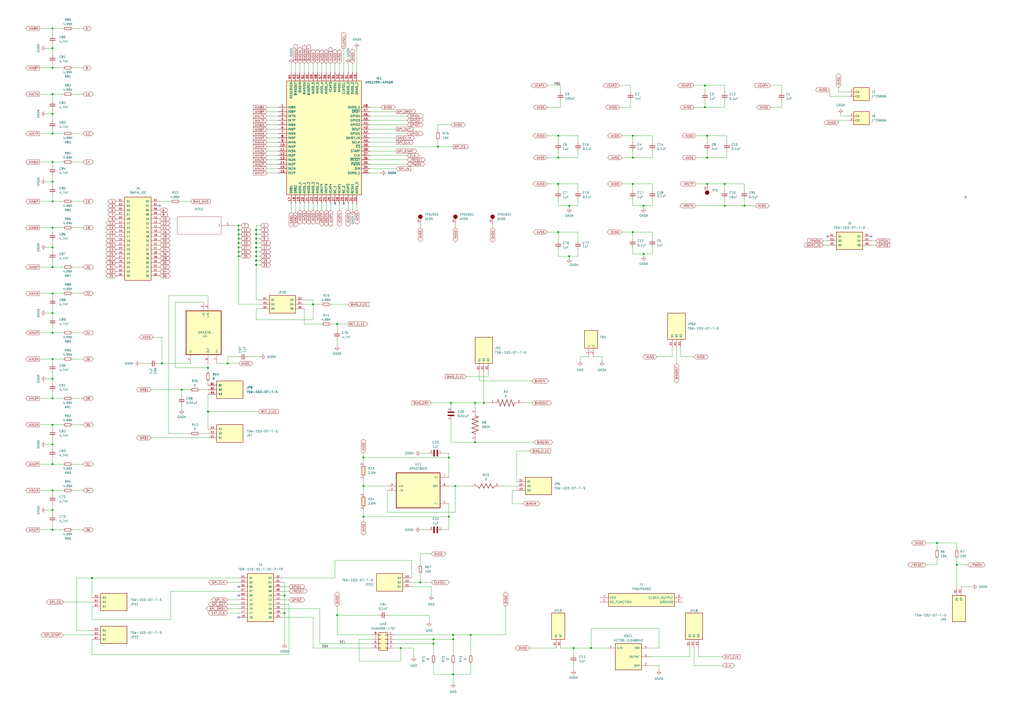
<source format=kicad_sch>
(kicad_sch (version 20231120) (generator "eeschema") (generator_version "8.0")
  (paper "A2")
  (junction (at 30.48 27.94))
  (junction (at 138.43 130.81))
  (junction (at 410.21 78.74))
  (junction (at 30.48 181.61))
  (junction (at 138.43 140.97))
  (junction (at 181.61 176.53))
  (junction (at 120.65 238.76))
  (junction (at 408.94 62.23))
  (junction (at 408.94 49.53))
  (junction (at 30.48 257.81))
  (junction (at 420.37 106.68))
  (junction (at 148.59 138.43))
  (junction (at 30.48 208.28))
  (junction (at 273.05 368.3))
  (junction (at 120.65 213.36))
  (junction (at 254 85.09))
  (junction (at 138.43 143.51))
  (junction (at 262.89 391.16))
  (junction (at 330.2 148.59))
  (junction (at 195.58 187.96))
  (junction (at 373.38 119.38))
  (junction (at 232.41 375.92))
  (junction (at 280.67 233.68))
  (junction (at 410.21 91.44))
  (junction (at 148.59 143.51))
  (junction (at 148.59 133.35))
  (junction (at 30.48 295.91))
  (junction (at 260.35 299.72))
  (junction (at 30.48 307.34))
  (junction (at 251.46 373.38))
  (junction (at 261.62 233.68))
  (junction (at 30.48 219.71))
  (junction (at 132.08 210.82))
  (junction (at 275.59 256.54))
  (junction (at 30.48 16.51))
  (junction (at 342.9 375.92))
  (junction (at 148.59 135.89))
  (junction (at 165.1 345.44))
  (junction (at 148.59 146.05))
  (junction (at 148.59 151.13))
  (junction (at 30.48 54.61))
  (junction (at 53.34 335.28))
  (junction (at 30.48 246.38))
  (junction (at 332.74 375.92))
  (junction (at 210.82 281.94))
  (junction (at 323.85 91.44))
  (junction (at 275.59 233.68))
  (junction (at 30.48 231.14))
  (junction (at 260.35 265.43))
  (junction (at 210.82 299.72))
  (junction (at 431.8 119.38))
  (junction (at 373.38 147.32))
  (junction (at 30.48 77.47))
  (junction (at 420.37 119.38))
  (junction (at 554.99 327.66))
  (junction (at 367.03 106.68))
  (junction (at 30.48 269.24))
  (junction (at 210.82 265.43))
  (junction (at 138.43 146.05))
  (junction (at 165.1 355.6))
  (junction (at 262.89 368.3))
  (junction (at 148.59 140.97))
  (junction (at 105.41 226.06))
  (junction (at 30.48 284.48))
  (junction (at 323.85 106.68))
  (junction (at 367.03 134.62))
  (junction (at 243.84 337.82))
  (junction (at 30.48 193.04))
  (junction (at 148.59 148.59))
  (junction (at 30.48 116.84))
  (junction (at 93.98 210.82))
  (junction (at 138.43 138.43))
  (junction (at 262.89 370.84))
  (junction (at 330.2 119.38))
  (junction (at 251.46 370.84))
  (junction (at 264.16 281.94))
  (junction (at 323.85 134.62))
  (junction (at 30.48 154.94))
  (junction (at 30.48 170.18))
  (junction (at 30.48 39.37))
  (junction (at 195.58 356.87))
  (junction (at 543.56 314.96))
  (junction (at 138.43 135.89))
  (junction (at 138.43 133.35))
  (junction (at 30.48 132.08))
  (junction (at 30.48 93.98))
  (junction (at 30.48 143.51))
  (junction (at 30.48 105.41))
  (junction (at 323.85 78.74))
  (junction (at 410.21 106.68))
  (junction (at 138.43 148.59))
  (junction (at 367.03 91.44))
  (junction (at 367.03 78.74))
  (junction (at 148.59 153.67))
  (junction (at 30.48 66.04))
  (no_connect (at 138.43 340.36))
  (no_connect (at 560.07 114.3))
  (no_connect (at 199.39 118.11))
  (no_connect (at 480.06 137.16))
  (no_connect (at 138.43 358.14))
  (no_connect (at 194.31 118.11))
  (no_connect (at 92.71 119.38))
  (no_connect (at 138.43 345.44))
  (no_connect (at 505.46 137.16))
  (wire (pts (xy 22.86 246.38) (xy 30.48 246.38)))
  (wire (pts (xy 154.94 87.63) (xy 161.29 87.63)))
  (wire (pts (xy 297.18 292.1) (xy 303.53 292.1)))
  (wire (pts (xy 400.05 375.92) (xy 400.05 381)))
  (wire (pts (xy 154.94 85.09) (xy 161.29 85.09)))
  (wire (pts (xy 30.48 292.1) (xy 30.48 295.91)))
  (wire (pts (xy 210.82 281.94) (xy 210.82 278.13)))
  (wire (pts (xy 275.59 233.68) (xy 280.67 233.68)))
  (wire (pts (xy 332.74 388.62) (xy 332.74 384.81)))
  (wire (pts (xy 204.47 36.83) (xy 204.47 41.91)))
  (wire (pts (xy 214.63 100.33) (xy 220.98 100.33)))
  (wire (pts (xy 22.86 39.37) (xy 30.48 39.37)))
  (wire (pts (xy 191.77 36.83) (xy 191.77 41.91)))
  (wire (pts (xy 378.46 78.74) (xy 378.46 82.55)))
  (wire (pts (xy 91.44 210.82) (xy 93.98 210.82)))
  (wire (pts (xy 41.91 269.24) (xy 48.26 269.24)))
  (wire (pts (xy 148.59 130.81) (xy 148.59 133.35)))
  (wire (pts (xy 30.48 77.47) (xy 30.48 74.93)))
  (wire (pts (xy 30.48 246.38) (xy 36.83 246.38)))
  (wire (pts (xy 382.27 386.08) (xy 382.27 388.62)))
  (wire (pts (xy 41.91 93.98) (xy 48.26 93.98)))
  (wire (pts (xy 336.55 207.01) (xy 336.55 209.55)))
  (wire (pts (xy 214.63 90.17) (xy 236.22 90.17)))
  (wire (pts (xy 420.37 106.68) (xy 431.8 106.68)))
  (wire (pts (xy 30.48 93.98) (xy 36.83 93.98)))
  (wire (pts (xy 410.21 106.68) (xy 420.37 106.68)))
  (wire (pts (xy 148.59 143.51) (xy 148.59 146.05)))
  (wire (pts (xy 378.46 119.38) (xy 378.46 115.57)))
  (wire (pts (xy 228.6 375.92) (xy 232.41 375.92)))
  (wire (pts (xy 224.79 297.18) (xy 264.16 297.18)))
  (wire (pts (xy 22.86 170.18) (xy 30.48 170.18)))
  (wire (pts (xy 410.21 82.55) (xy 410.21 78.74)))
  (wire (pts (xy 30.48 105.41) (xy 30.48 107.95)))
  (wire (pts (xy 410.21 78.74) (xy 421.64 78.74)))
  (wire (pts (xy 148.59 146.05) (xy 148.59 148.59)))
  (wire (pts (xy 264.16 281.94) (xy 274.32 281.94)))
  (wire (pts (xy 181.61 185.42) (xy 181.61 176.53)))
  (wire (pts (xy 181.61 36.83) (xy 181.61 41.91)))
  (wire (pts (xy 264.16 130.81) (xy 264.16 132.08)))
  (wire (pts (xy 250.19 340.36) (xy 250.19 345.44)))
  (wire (pts (xy 325.12 62.23) (xy 325.12 58.42)))
  (wire (pts (xy 420.37 119.38) (xy 431.8 119.38)))
  (wire (pts (xy 335.28 148.59) (xy 335.28 144.78)))
  (wire (pts (xy 101.6 213.36) (xy 101.6 175.26)))
  (wire (pts (xy 214.63 82.55) (xy 229.87 82.55)))
  (wire (pts (xy 367.03 91.44) (xy 378.46 91.44)))
  (wire (pts (xy 421.64 91.44) (xy 421.64 87.63)))
  (wire (pts (xy 30.48 54.61) (xy 36.83 54.61)))
  (wire (pts (xy 408.94 53.34) (xy 408.94 49.53)))
  (wire (pts (xy 377.19 386.08) (xy 382.27 386.08)))
  (wire (pts (xy 323.85 134.62) (xy 323.85 139.7)))
  (wire (pts (xy 154.94 64.77) (xy 161.29 64.77)))
  (wire (pts (xy 421.64 78.74) (xy 421.64 82.55)))
  (wire (pts (xy 22.86 208.28) (xy 30.48 208.28)))
  (wire (pts (xy 36.83 349.25) (xy 53.34 349.25)))
  (wire (pts (xy 360.68 78.74) (xy 367.03 78.74)))
  (wire (pts (xy 125.73 210.82) (xy 132.08 210.82)))
  (wire (pts (xy 168.91 123.19) (xy 168.91 118.11)))
  (wire (pts (xy 101.6 175.26) (xy 118.11 175.26)))
  (wire (pts (xy 323.85 110.49) (xy 323.85 106.68)))
  (wire (pts (xy 254 72.39) (xy 254 76.2)))
  (wire (pts (xy 228.6 370.84) (xy 251.46 370.84)))
  (wire (pts (xy 228.6 368.3) (xy 262.89 368.3)))
  (wire (pts (xy 148.59 135.89) (xy 148.59 138.43)))
  (wire (pts (xy 323.85 148.59) (xy 330.2 148.59)))
  (wire (pts (xy 30.48 208.28) (xy 36.83 208.28)))
  (wire (pts (xy 30.48 231.14) (xy 30.48 227.33)))
  (wire (pts (xy 224.79 281.94) (xy 210.82 281.94)))
  (wire (pts (xy 264.16 297.18) (xy 264.16 281.94)))
  (wire (pts (xy 248.92 356.87) (xy 248.92 360.68)))
  (wire (pts (xy 285.75 130.81) (xy 285.75 132.08)))
  (wire (pts (xy 373.38 147.32) (xy 378.46 147.32)))
  (wire (pts (xy 487.68 66.04) (xy 487.68 67.31)))
  (wire (pts (xy 22.86 77.47) (xy 30.48 77.47)))
  (wire (pts (xy 261.62 233.68) (xy 261.62 236.22)))
  (wire (pts (xy 86.36 210.82) (xy 81.28 210.82)))
  (wire (pts (xy 132.08 207.01) (xy 132.08 210.82)))
  (wire (pts (xy 210.82 295.91) (xy 210.82 299.72)))
  (wire (pts (xy 132.08 353.06) (xy 138.43 353.06)))
  (wire (pts (xy 367.03 78.74) (xy 378.46 78.74)))
  (wire (pts (xy 199.39 27.94) (xy 199.39 41.91)))
  (wire (pts (xy 260.35 265.43) (xy 260.35 276.86)))
  (wire (pts (xy 154.94 100.33) (xy 161.29 100.33)))
  (wire (pts (xy 342.9 364.49) (xy 342.9 375.92)))
  (wire (pts (xy 323.85 82.55) (xy 323.85 78.74)))
  (wire (pts (xy 30.48 134.62) (xy 30.48 132.08)))
  (wire (pts (xy 382.27 375.92) (xy 382.27 364.49)))
  (wire (pts (xy 165.1 345.44) (xy 165.1 355.6)))
  (wire (pts (xy 250.19 337.82) (xy 243.84 337.82)))
  (wire (pts (xy 181.61 375.92) (xy 215.9 375.92)))
  (wire (pts (xy 260.35 307.34) (xy 256.54 307.34)))
  (wire (pts (xy 408.94 62.23) (xy 420.37 62.23)))
  (wire (pts (xy 317.5 91.44) (xy 323.85 91.44)))
  (wire (pts (xy 214.63 72.39) (xy 236.22 72.39)))
  (wire (pts (xy 148.59 153.67) (xy 151.13 153.67)))
  (wire (pts (xy 41.91 116.84) (xy 48.26 116.84)))
  (wire (pts (xy 261.62 72.39) (xy 254 72.39)))
  (wire (pts (xy 262.89 368.3) (xy 262.89 370.84)))
  (wire (pts (xy 491.49 55.88) (xy 481.33 55.88)))
  (wire (pts (xy 148.59 153.67) (xy 148.59 173.99)))
  (wire (pts (xy 148.59 133.35) (xy 148.59 135.89)))
  (wire (pts (xy 30.48 307.34) (xy 36.83 307.34)))
  (wire (pts (xy 486.41 69.85) (xy 486.41 71.12)))
  (wire (pts (xy 87.63 226.06) (xy 105.41 226.06)))
  (wire (pts (xy 554.99 314.96) (xy 554.99 318.77)))
  (wire (pts (xy 210.82 299.72) (xy 260.35 299.72)))
  (wire (pts (xy 151.13 133.35) (xy 148.59 133.35)))
  (wire (pts (xy 238.76 340.36) (xy 250.19 340.36)))
  (wire (pts (xy 335.28 78.74) (xy 335.28 82.55)))
  (wire (pts (xy 41.91 132.08) (xy 48.26 132.08)))
  (wire (pts (xy 537.21 314.96) (xy 543.56 314.96)))
  (wire (pts (xy 30.48 132.08) (xy 36.83 132.08)))
  (wire (pts (xy 408.94 49.53) (xy 420.37 49.53)))
  (wire (pts (xy 403.86 106.68) (xy 410.21 106.68)))
  (wire (pts (xy 138.43 143.51) (xy 139.7 143.51)))
  (wire (pts (xy 30.48 215.9) (xy 30.48 219.71)))
  (wire (pts (xy 167.64 340.36) (xy 163.83 340.36)))
  (wire (pts (xy 179.07 41.91) (xy 179.07 36.83)))
  (wire (pts (xy 214.63 77.47) (xy 236.22 77.47)))
  (wire (pts (xy 132.08 207.01) (xy 138.43 207.01)))
  (wire (pts (xy 30.48 210.82) (xy 30.48 208.28)))
  (wire (pts (xy 138.43 176.53) (xy 151.13 176.53)))
  (wire (pts (xy 30.48 231.14) (xy 36.83 231.14)))
  (wire (pts (xy 132.08 337.82) (xy 138.43 337.82)))
  (wire (pts (xy 280.67 215.9) (xy 280.67 233.68)))
  (wire (pts (xy 120.65 210.82) (xy 120.65 213.36)))
  (wire (pts (xy 22.86 93.98) (xy 30.48 93.98)))
  (wire (pts (xy 410.21 87.63) (xy 410.21 91.44)))
  (wire (pts (xy 167.64 347.98) (xy 163.83 347.98)))
  (wire (pts (xy 22.86 116.84) (xy 30.48 116.84)))
  (wire (pts (xy 196.85 121.92) (xy 196.85 118.11)))
  (wire (pts (xy 181.61 118.11) (xy 181.61 121.92)))
  (wire (pts (xy 189.23 121.92) (xy 189.23 118.11)))
  (wire (pts (xy 447.04 62.23) (xy 453.39 62.23)))
  (wire (pts (xy 262.89 391.16) (xy 262.89 396.24)))
  (wire (pts (xy 53.34 359.41) (xy 99.06 359.41)))
  (wire (pts (xy 148.59 148.59) (xy 151.13 148.59)))
  (wire (pts (xy 214.63 87.63) (xy 229.87 87.63)))
  (wire (pts (xy 22.86 193.04) (xy 30.48 193.04)))
  (wire (pts (xy 486.41 53.34) (xy 491.49 53.34)))
  (wire (pts (xy 120.65 228.6) (xy 120.65 238.76)))
  (wire (pts (xy 275.59 233.68) (xy 275.59 236.22)))
  (wire (pts (xy 325.12 49.53) (xy 325.12 53.34)))
  (wire (pts (xy 185.42 373.38) (xy 185.42 353.06)))
  (wire (pts (xy 367.03 87.63) (xy 367.03 91.44)))
  (wire (pts (xy 273.05 368.3) (xy 293.37 368.3)))
  (wire (pts (xy 240.03 375.92) (xy 240.03 381)))
  (wire (pts (xy 22.86 269.24) (xy 30.48 269.24)))
  (wire (pts (xy 30.48 116.84) (xy 36.83 116.84)))
  (wire (pts (xy 365.76 53.34) (xy 365.76 49.53)))
  (wire (pts (xy 403.86 91.44) (xy 410.21 91.44)))
  (wire (pts (xy 201.93 176.53) (xy 191.77 176.53)))
  (wire (pts (xy 87.63 254) (xy 120.65 254)))
  (wire (pts (xy 186.69 121.92) (xy 186.69 118.11)))
  (wire (pts (xy 477.52 139.7) (xy 480.06 139.7)))
  (wire (pts (xy 99.06 116.84) (xy 92.71 116.84)))
  (wire (pts (xy 53.34 365.76) (xy 44.45 365.76)))
  (wire (pts (xy 41.91 154.94) (xy 48.26 154.94)))
  (wire (pts (xy 179.07 121.92) (xy 179.07 118.11)))
  (wire (pts (xy 30.48 25.4) (xy 30.48 27.94)))
  (wire (pts (xy 453.39 53.34) (xy 453.39 49.53)))
  (wire (pts (xy 505.46 142.24) (xy 508 142.24)))
  (wire (pts (xy 154.94 72.39) (xy 161.29 72.39)))
  (wire (pts (xy 261.62 233.68) (xy 275.59 233.68)))
  (wire (pts (xy 186.69 36.83) (xy 186.69 41.91)))
  (wire (pts (xy 167.64 350.52) (xy 167.64 379.73)))
  (wire (pts (xy 335.28 91.44) (xy 335.28 87.63)))
  (wire (pts (xy 250.19 233.68) (xy 261.62 233.68)))
  (wire (pts (xy 30.48 66.04) (xy 30.48 69.85)))
  (wire (pts (xy 378.46 91.44) (xy 378.46 87.63)))
  (wire (pts (xy 367.03 106.68) (xy 378.46 106.68)))
  (wire (pts (xy 330.2 120.65) (xy 330.2 119.38)))
  (wire (pts (xy 30.48 257.81) (xy 30.48 260.35)))
  (wire (pts (xy 195.58 351.79) (xy 195.58 356.87)))
  (wire (pts (xy 171.45 123.19) (xy 171.45 118.11)))
  (wire (pts (xy 120.65 171.45) (xy 120.65 175.26)))
  (wire (pts (xy 163.83 353.06) (xy 185.42 353.06)))
  (wire (pts (xy 176.53 173.99) (xy 181.61 173.99)))
  (wire (pts (xy 22.86 132.08) (xy 30.48 132.08)))
  (wire (pts (xy 262.89 368.3) (xy 273.05 368.3)))
  (wire (pts (xy 283.21 215.9) (xy 283.21 218.44)))
  (wire (pts (xy 554.99 327.66) (xy 554.99 340.36)))
  (wire (pts (xy 349.25 207.01) (xy 349.25 209.55)))
  (wire (pts (xy 148.59 179.07) (xy 148.59 185.42)))
  (wire (pts (xy 154.94 82.55) (xy 161.29 82.55)))
  (wire (pts (xy 278.13 215.9) (xy 278.13 220.98)))
  (wire (pts (xy 243.84 332.74) (xy 243.84 337.82)))
  (wire (pts (xy 261.62 256.54) (xy 275.59 256.54)))
  (wire (pts (xy 176.53 41.91) (xy 176.53 36.83)))
  (wire (pts (xy 139.7 133.35) (xy 138.43 133.35)))
  (wire (pts (xy 41.91 170.18) (xy 48.26 170.18)))
  (wire (pts (xy 400.05 381) (xy 377.19 381)))
  (wire (pts (xy 260.35 281.94) (xy 264.16 281.94)))
  (wire (pts (xy 214.63 67.31) (xy 236.22 67.31)))
  (wire (pts (xy 299.72 284.48) (xy 297.18 284.48)))
  (wire (pts (xy 176.53 179.07) (xy 176.53 187.96)))
  (wire (pts (xy 256.54 262.89) (xy 260.35 262.89)))
  (wire (pts (xy 105.41 237.49) (xy 105.41 234.95)))
  (wire (pts (xy 410.21 91.44) (xy 421.64 91.44)))
  (wire (pts (xy 22.86 16.51) (xy 30.48 16.51)))
  (wire (pts (xy 154.94 62.23) (xy 161.29 62.23)))
  (wire (pts (xy 307.34 375.92) (xy 322.58 375.92)))
  (wire (pts (xy 143.51 207.01) (xy 151.13 207.01)))
  (wire (pts (xy 30.48 172.72) (xy 30.48 170.18)))
  (wire (pts (xy 323.85 106.68) (xy 335.28 106.68)))
  (wire (pts (xy 210.82 281.94) (xy 210.82 285.75)))
  (wire (pts (xy 173.99 121.92) (xy 173.99 118.11)))
  (wire (pts (xy 105.41 226.06) (xy 105.41 229.87)))
  (wire (pts (xy 275.59 256.54) (xy 309.88 256.54)))
  (wire (pts (xy 186.69 176.53) (xy 181.61 176.53)))
  (wire (pts (xy 148.59 140.97) (xy 148.59 143.51)))
  (wire (pts (xy 194.31 36.83) (xy 194.31 41.91)))
  (wire (pts (xy 148.59 140.97) (xy 151.13 140.97)))
  (wire (pts (xy 41.91 39.37) (xy 48.26 39.37)))
  (wire (pts (xy 189.23 36.83) (xy 189.23 41.91)))
  (wire (pts (xy 181.61 176.53) (xy 176.53 176.53)))
  (wire (pts (xy 154.94 90.17) (xy 161.29 90.17)))
  (wire (pts (xy 22.86 284.48) (xy 30.48 284.48)))
  (wire (pts (xy 278.13 220.98) (xy 308.61 220.98)))
  (wire (pts (xy 367.03 82.55) (xy 367.03 78.74)))
  (wire (pts (xy 392.43 201.93) (xy 392.43 210.82)))
  (wire (pts (xy 151.13 135.89) (xy 148.59 135.89)))
  (wire (pts (xy 30.48 143.51) (xy 26.67 143.51)))
  (wire (pts (xy 262.89 370.84) (xy 262.89 379.73)))
  (wire (pts (xy 367.03 115.57) (xy 367.03 119.38)))
  (wire (pts (xy 365.76 58.42) (xy 365.76 62.23)))
  (wire (pts (xy 243.84 132.08) (xy 243.84 130.81)))
  (wire (pts (xy 132.08 350.52) (xy 138.43 350.52)))
  (wire (pts (xy 30.48 193.04) (xy 36.83 193.04)))
  (wire (pts (xy 22.86 231.14) (xy 30.48 231.14)))
  (wire (pts (xy 151.13 179.07) (xy 148.59 179.07)))
  (wire (pts (xy 420.37 110.49) (xy 420.37 106.68)))
  (wire (pts (xy 195.58 196.85) (xy 195.58 200.66)))
  (wire (pts (xy 41.91 193.04) (xy 48.26 193.04)))
  (wire (pts (xy 97.79 171.45) (xy 120.65 171.45)))
  (wire (pts (xy 210.82 265.43) (xy 210.82 267.97)))
  (wire (pts (xy 30.48 101.6) (xy 30.48 105.41)))
  (wire (pts (xy 138.43 146.05) (xy 139.7 146.05)))
  (wire (pts (xy 402.59 62.23) (xy 408.94 62.23)))
  (wire (pts (xy 201.93 36.83) (xy 201.93 41.91)))
  (wire (pts (xy 317.5 62.23) (xy 325.12 62.23)))
  (wire (pts (xy 195.58 356.87) (xy 195.58 368.3)))
  (wire (pts (xy 99.06 359.41) (xy 99.06 342.9)))
  (wire (pts (xy 195.58 191.77) (xy 195.58 187.96)))
  (wire (pts (xy 201.93 121.92) (xy 201.93 118.11)))
  (wire (pts (xy 41.91 246.38) (xy 48.26 246.38)))
  (wire (pts (xy 330.2 119.38) (xy 335.28 119.38)))
  (wire (pts (xy 561.34 327.66) (xy 554.99 327.66)))
  (wire (pts (xy 214.63 69.85) (xy 236.22 69.85)))
  (wire (pts (xy 289.56 281.94) (xy 299.72 281.94)))
  (wire (pts (xy 486.41 50.8) (xy 486.41 53.34)))
  (wire (pts (xy 41.91 16.51) (xy 48.26 16.51)))
  (wire (pts (xy 332.74 375.92) (xy 342.9 375.92)))
  (wire (pts (xy 115.57 251.46) (xy 120.65 251.46)))
  (wire (pts (xy 214.63 95.25) (xy 236.22 95.25)))
  (wire (pts (xy 132.08 355.6) (xy 138.43 355.6)))
  (wire (pts (xy 332.74 379.73) (xy 332.74 375.92)))
  (wire (pts (xy 251.46 373.38) (xy 251.46 379.73)))
  (wire (pts (xy 367.03 110.49) (xy 367.03 106.68)))
  (wire (pts (xy 176.53 121.92) (xy 176.53 118.11)))
  (wire (pts (xy 405.13 381) (xy 419.1 381)))
  (wire (pts (xy 154.94 92.71) (xy 161.29 92.71)))
  (wire (pts (xy 481.33 52.07) (xy 481.33 55.88)))
  (wire (pts (xy 148.59 148.59) (xy 148.59 151.13)))
  (wire (pts (xy 41.91 284.48) (xy 48.26 284.48)))
  (wire (pts (xy 194.31 335.28) (xy 194.31 325.12)))
  (wire (pts (xy 323.85 144.78) (xy 323.85 148.59)))
  (wire (pts (xy 44.45 335.28) (xy 53.34 335.28)))
  (wire (pts (xy 377.19 375.92) (xy 382.27 375.92)))
  (wire (pts (xy 93.98 210.82) (xy 110.49 210.82)))
  (wire (pts (xy 184.15 121.92) (xy 184.15 118.11)))
  (wire (pts (xy 30.48 287.02) (xy 30.48 284.48)))
  (wire (pts (xy 138.43 146.05) (xy 138.43 148.59)))
  (wire (pts (xy 120.65 213.36) (xy 101.6 213.36)))
  (wire (pts (xy 214.63 97.79) (xy 229.87 97.79)))
  (wire (pts (xy 110.49 226.06) (xy 105.41 226.06)))
  (wire (pts (xy 154.94 95.25) (xy 161.29 95.25)))
  (wire (pts (xy 120.65 220.98) (xy 120.65 223.52)))
  (wire (pts (xy 93.98 210.82) (xy 93.98 195.58)))
  (wire (pts (xy 335.28 119.38) (xy 335.28 115.57)))
  (wire (pts (xy 30.48 16.51) (xy 36.83 16.51)))
  (wire (pts (xy 408.94 58.42) (xy 408.94 62.23)))
  (wire (pts (xy 195.58 187.96) (xy 191.77 187.96)))
  (wire (pts (xy 22.86 307.34) (xy 30.48 307.34)))
  (wire (pts (xy 138.43 130.81) (xy 138.43 133.35)))
  (wire (pts (xy 138.43 138.43) (xy 138.43 140.97)))
  (wire (pts (xy 431.8 106.68) (xy 431.8 110.49)))
  (wire (pts (xy 254 81.28) (xy 254 85.09)))
  (wire (pts (xy 53.34 335.28) (xy 138.43 335.28)))
  (wire (pts (xy 30.48 154.94) (xy 30.48 151.13)))
  (wire (pts (xy 317.5 49.53) (xy 325.12 49.53)))
  (wire (pts (xy 359.41 62.23) (xy 365.76 62.23)))
  (wire (pts (xy 173.99 41.91) (xy 173.99 36.83)))
  (wire (pts (xy 30.48 177.8) (xy 30.48 181.61)))
  (wire (pts (xy 260.35 262.89) (xy 260.35 265.43)))
  (wire (pts (xy 110.49 251.46) (xy 97.79 251.46)))
  (wire (pts (xy 543.56 314.96) (xy 554.99 314.96)))
  (wire (pts (xy 214.63 64.77) (xy 229.87 64.77)))
  (wire (pts (xy 30.48 66.04) (xy 26.67 66.04)))
  (wire (pts (xy 154.94 97.79) (xy 161.29 97.79)))
  (wire (pts (xy 208.28 370.84) (xy 208.28 383.54)))
  (wire (pts (xy 207.01 121.92) (xy 207.01 118.11)))
  (wire (pts (xy 176.53 187.96) (xy 186.69 187.96)))
  (wire (pts (xy 323.85 78.74) (xy 335.28 78.74)))
  (wire (pts (xy 214.63 92.71) (xy 236.22 92.71)))
  (wire (pts (xy 30.48 77.47) (xy 36.83 77.47)))
  (wire (pts (xy 215.9 373.38) (xy 185.42 373.38)))
  (wire (pts (xy 280.67 233.68) (xy 283.21 233.68)))
  (wire (pts (xy 41.91 307.34) (xy 48.26 307.34)))
  (wire (pts (xy 132.08 210.82) (xy 138.43 210.82)))
  (wire (pts (xy 53.34 346.71) (xy 53.34 335.28)))
  (wire (pts (xy 262.89 391.16) (xy 273.05 391.16)))
  (wire (pts (xy 30.48 96.52) (xy 30.48 93.98)))
  (wire (pts (xy 30.48 269.24) (xy 30.48 265.43)))
  (wire (pts (xy 402.59 375.92) (xy 402.59 386.08)))
  (wire (pts (xy 139.7 135.89) (xy 138.43 135.89)))
  (wire (pts (xy 167.64 379.73) (xy 53.34 379.73)))
  (wire (pts (xy 184.15 36.83) (xy 184.15 41.91)))
  (wire (pts (xy 283.21 218.44) (xy 270.51 218.44)))
  (wire (pts (xy 238.76 325.12) (xy 238.76 335.28)))
  (wire (pts (xy 543.56 323.85) (xy 543.56 327.66)))
  (wire (pts (xy 163.83 355.6) (xy 165.1 355.6)))
  (wire (pts (xy 210.82 299.72) (xy 210.82 302.26)))
  (wire (pts (xy 341.63 207.01) (xy 336.55 207.01)))
  (wire (pts (xy 563.88 340.36) (xy 557.53 340.36)))
  (wire (pts (xy 330.2 149.86) (xy 330.2 148.59)))
  (wire (pts (xy 367.03 119.38) (xy 373.38 119.38)))
  (wire (pts (xy 163.83 358.14) (xy 181.61 358.14)))
  (wire (pts (xy 543.56 318.77) (xy 543.56 314.96)))
  (wire (pts (xy 505.46 139.7) (xy 508 139.7)))
  (wire (pts (xy 41.91 231.14) (xy 48.26 231.14)))
  (wire (pts (xy 262.89 391.16) (xy 262.89 384.81)))
  (wire (pts (xy 154.94 69.85) (xy 161.29 69.85)))
  (wire (pts (xy 251.46 391.16) (xy 262.89 391.16)))
  (wire (pts (xy 243.84 337.82) (xy 238.76 337.82)))
  (wire (pts (xy 208.28 383.54) (xy 232.41 383.54)))
  (wire (pts (xy 148.59 143.51) (xy 151.13 143.51)))
  (wire (pts (xy 30.48 295.91) (xy 26.67 295.91)))
  (wire (pts (xy 367.03 143.51) (xy 367.03 147.32)))
  (wire (pts (xy 214.63 62.23) (xy 220.98 62.23)))
  (wire (pts (xy 207.01 27.94) (xy 207.01 41.91)))
  (wire (pts (xy 41.91 77.47) (xy 48.26 77.47)))
  (wire (pts (xy 215.9 370.84) (xy 208.28 370.84)))
  (wire (pts (xy 261.62 243.84) (xy 261.62 256.54)))
  (wire (pts (xy 224.79 284.48) (xy 224.79 297.18)))
  (wire (pts (xy 30.48 219.71) (xy 26.67 219.71)))
  (wire (pts (xy 453.39 58.42) (xy 453.39 62.23)))
  (wire (pts (xy 403.86 119.38) (xy 420.37 119.38)))
  (wire (pts (xy 30.48 193.04) (xy 30.48 189.23)))
  (wire (pts (xy 163.83 345.44) (xy 165.1 345.44)))
  (wire (pts (xy 30.48 27.94) (xy 30.48 31.75)))
  (wire (pts (xy 381 207.01) (xy 389.89 207.01)))
  (wire (pts (xy 30.48 181.61) (xy 30.48 184.15)))
  (wire (pts (xy 30.48 257.81) (xy 26.67 257.81)))
  (wire (pts (xy 30.48 170.18) (xy 36.83 170.18)))
  (wire (pts (xy 22.86 54.61) (xy 30.48 54.61)))
  (wire (pts (xy 181.61 358.14) (xy 181.61 375.92)))
  (wire (pts (xy 325.12 375.92) (xy 332.74 375.92)))
  (wire (pts (xy 30.48 254) (xy 30.48 257.81)))
  (wire (pts (xy 168.91 36.83) (xy 168.91 41.91)))
  (wire (pts (xy 260.35 292.1) (xy 260.35 299.72)))
  (wire (pts (xy 297.18 284.48) (xy 297.18 292.1)))
  (wire (pts (xy 30.48 139.7) (xy 30.48 143.51)))
  (wire (pts (xy 30.48 219.71) (xy 30.48 222.25)))
  (wire (pts (xy 30.48 27.94) (xy 26.67 27.94)))
  (wire (pts (xy 165.1 337.82) (xy 165.1 345.44)))
  (wire (pts (xy 30.48 116.84) (xy 30.48 113.03)))
  (wire (pts (xy 138.43 140.97) (xy 138.43 143.51)))
  (wire (pts (xy 154.94 77.47) (xy 161.29 77.47)))
  (wire (pts (xy 210.82 262.89) (xy 210.82 265.43)))
  (wire (pts (xy 360.68 106.68) (xy 367.03 106.68)))
  (wire (pts (xy 120.65 238.76) (xy 149.86 238.76)))
  (wire (pts (xy 335.28 134.62) (xy 335.28 139.7)))
  (wire (pts (xy 378.46 134.62) (xy 378.46 138.43)))
  (wire (pts (xy 148.59 151.13) (xy 151.13 151.13)))
  (wire (pts (xy 30.48 143.51) (xy 30.48 146.05)))
  (wire (pts (xy 30.48 307.34) (xy 30.48 303.53)))
  (wire (pts (xy 224.79 356.87) (xy 248.92 356.87)))
  (wire (pts (xy 165.1 355.6) (xy 165.1 373.38)))
  (wire (pts (xy 138.43 133.35) (xy 138.43 135.89)))
  (wire (pts (xy 243.84 307.34) (xy 248.92 307.34)))
  (wire (pts (xy 30.48 39.37) (xy 30.48 36.83)))
  (wire (pts (xy 317.5 78.74) (xy 323.85 78.74)))
  (wire (pts (xy 30.48 181.61) (xy 26.67 181.61)))
  (wire (pts (xy 373.38 119.38) (xy 378.46 119.38)))
  (wire (pts (xy 360.68 91.44) (xy 367.03 91.44)))
  (wire (pts (xy 373.38 120.65) (xy 373.38 119.38)))
  (wire (pts (xy 367.03 134.62) (xy 378.46 134.62)))
  (wire (pts (xy 148.59 146.05) (xy 151.13 146.05)))
  (wire (pts (xy 138.43 138.43) (xy 139.7 138.43)))
  (wire (pts (xy 431.8 119.38) (xy 431.8 115.57)))
  (wire (pts (xy 232.41 375.92) (xy 240.03 375.92)))
  (wire (pts (xy 148.59 138.43) (xy 151.13 138.43)))
  (wire (pts (xy 138.43 135.89) (xy 138.43 138.43)))
  (wire (pts (xy 30.48 105.41) (xy 26.67 105.41)))
  (wire (pts (xy 420.37 115.57) (xy 420.37 119.38)))
  (wire (pts (xy 317.5 106.68) (xy 323.85 106.68)))
  (wire (pts (xy 30.48 269.24) (xy 36.83 269.24)))
  (wire (pts (xy 167.64 342.9) (xy 163.83 342.9)))
  (wire (pts (xy 420.37 49.53) (xy 420.37 53.34)))
  (wire (pts (xy 554.99 323.85) (xy 554.99 327.66)))
  (wire (pts (xy 148.59 185.42) (xy 181.61 185.42)))
  (wire (pts (xy 487.68 67.31) (xy 491.49 67.31)))
  (wire (pts (xy 138.43 130.81) (xy 135.89 130.81)))
  (wire (pts (xy 139.7 130.81) (xy 138.43 130.81)))
  (wire (pts (xy 403.86 78.74) (xy 410.21 78.74)))
  (wire (pts (xy 97.79 251.46) (xy 97.79 171.45)))
  (wire (pts (xy 228.6 373.38) (xy 251.46 373.38)))
  (wire (pts (xy 360.68 134.62) (xy 367.03 134.62)))
  (wire (pts (xy 30.48 20.32) (xy 30.48 16.51)))
  (wire (pts (xy 359.41 49.53) (xy 365.76 49.53)))
  (wire (pts (xy 402.59 386.08) (xy 419.1 386.08)))
  (wire (pts (xy 251.46 370.84) (xy 262.89 370.84)))
  (wire (pts (xy 138.43 143.51) (xy 138.43 146.05)))
  (wire (pts (xy 378.46 106.68) (xy 378.46 110.49)))
  (wire (pts (xy 30.48 248.92) (xy 30.48 246.38)))
  (wire (pts (xy 138.43 140.97) (xy 139.7 140.97)))
  (wire (pts (xy 163.83 350.52) (xy 167.64 350.52)))
  (wire (pts (xy 251.46 391.16) (xy 251.46 384.81)))
  (wire (pts (xy 163.83 335.28) (xy 194.31 335.28)))
  (wire (pts (xy 323.85 91.44) (xy 335.28 91.44)))
  (wire (pts (xy 232.41 383.54) (xy 232.41 375.92)))
  (wire (pts (xy 323.85 87.63) (xy 323.85 91.44)))
  (wire (pts (xy 181.61 173.99) (xy 181.61 176.53)))
  (wire (pts (xy 214.63 74.93) (xy 229.87 74.93)))
  (wire (pts (xy 154.94 67.31) (xy 161.29 67.31)))
  (wire (pts (xy 210.82 265.43) (xy 260.35 265.43)))
  (wire (pts (xy 299.72 279.4) (xy 299.72 261.62)))
  (wire (pts (xy 120.65 213.36) (xy 120.65 215.9)))
  (wire (pts (xy 323.85 134.62) (xy 335.28 134.62)))
  (wire (pts (xy 138.43 148.59) (xy 139.7 148.59)))
  (wire (pts (xy 402.59 49.53) (xy 408.94 49.53)))
  (wire (pts (xy 41.91 54.61) (xy 48.26 54.61)))
  (wire (pts (xy 214.63 85.09) (xy 254 85.09)))
  (wire (pts (xy 342.9 375.92) (xy 351.79 375.92)))
  (wire (pts (xy 299.72 261.62) (xy 307.34 261.62)))
  (wire (pts (xy 110.49 116.84) (xy 104.14 116.84)))
  (wire (pts (xy 491.49 69.85) (xy 486.41 69.85)))
  (wire (pts (xy 30.48 295.91) (xy 30.48 298.45)))
  (wire (pts (xy 41.91 208.28) (xy 48.26 208.28)))
  (wire (pts (xy 323.85 115.57) (xy 323.85 119.38)))
  (wire (pts (xy 194.31 325.12) (xy 238.76 325.12)))
  (wire (pts (xy 191.77 121.92) (xy 191.77 118.11)))
  (wire (pts (xy 196.85 36.83) (xy 196.85 41.91)))
  (wire (pts (xy 53.34 379.73) (xy 53.34 370.84)))
  (wire (pts (xy 394.97 207.01) (xy 402.59 207.01)))
  (wire (pts (xy 148.59 138.43) (xy 148.59 140.97)))
  (wire (pts (xy 115.57 226.06) (xy 120.65 226.06)))
  (wire (pts (xy 30.48 63.5) (xy 30.48 66.04)))
  (wire (pts (xy 378.46 147.32) (xy 378.46 143.51)))
  (wire (pts (xy 154.94 74.93) (xy 161.29 74.93)))
  (wire (pts (xy 215.9 368.3) (xy 195.58 368.3)))
  (wire (pts (xy 438.15 119.38) (xy 431.8 119.38)))
  (wire (pts (xy 243.84 262.89) (xy 248.92 262.89)))
  (wire (pts (xy 447.04 49.53) (xy 453.39 49.53)))
  (wire (pts (xy 148.59 151.13) (xy 148.59 153.67)))
  (wire (pts (xy 389.89 201.93) (xy 389.89 207.01)))
  (wire (pts (xy 163.83 337.82) (xy 165.1 337.82)))
  (wire (pts (xy 273.05 391.16) (xy 273.05 384.81)))
  (wire (pts (xy 537.21 327.66) (xy 543.56 327.66)))
  (wire (pts (xy 260.35 299.72) (xy 260.35 307.34)))
  (wire (pts (xy 138.43 148.59) (xy 138.43 176.53)))
  (wire (pts (xy 151.13 130.81) (xy 148.59 130.81)))
  (wire (pts (xy 394.97 201.93) (xy 394.97 207.01)))
  (wire (pts (xy 195.58 356.87) (xy 219.71 356.87)))
  (wire (pts (xy 171.45 41.91) (xy 171.45 36.83)))
  (wire (pts (xy 477.52 142.24) (xy 480.06 142.24)))
  (wire (pts (xy 30.48 284.48) (xy 36.83 284.48)))
  (wire (pts (xy 251.46 373.38) (xy 251.46 370.84)))
  (wire (pts (xy 30.48 154.94) (xy 36.83 154.94)))
  (wire (pts (xy 317.5 134.62) (xy 323.85 134.62)))
  (wire (pts (xy 373.38 148.59) (xy 373.38 147.32)))
  (wire (pts (xy 405.13 375.92) (xy 405.13 381)))
  (wire (pts (xy 99.06 342.9) (xy 138.43 342.9)))
  (wire (pts (xy 214.63 80.01) (xy 229.87 80.01)))
  (wire (pts (xy 132.08 347.98) (xy 138.43 347.98)))
  (wire (pts (xy 330.2 148.59) (xy 335.28 148.59)))
  (wire (pts (xy 22.86 154.94) (xy 30.48 154.94)))
  (wire (pts (xy 367.03 138.43) (xy 367.03 134.62)))
  (wire (pts (xy 243.84 321.31) (xy 243.84 327.66)))
  (wire (pts (xy 36.83 368.3) (xy 53.34 368.3)))
  (wire (pts (xy 44.45 365.76) (xy 44.45 335.28)))
  (wire (pts (xy 154.94 80.01) (xy 161.29 80.01)))
  (wire (pts (xy 148.59 173.99) (xy 151.13 173.99)))
  (wire (pts (xy 120.65 238.76) (xy 120.65 248.92)))
  (wire (pts (xy 30.48 58.42) (xy 30.48 54.61)))
  (wire (pts (xy 273.05 368.3) (xy 273.05 379.73)))
  (wire (pts (xy 344.17 207.01) (xy 349.25 207.01)))
  (wire (pts (xy 323.85 119.38) (xy 330.2 119.38)))
  (wire (pts (xy 88.9 195.58) (xy 93.98 195.58)))
  (wire (pts (xy 30.48 39.37) (xy 36.83 39.37)))
  (wire (pts (xy 204.47 118.11) (xy 204.47 121.92)))
  (wire (pts (xy 53.34 351.79) (xy 53.34 359.41)))
  (wire (pts (xy 254 85.09) (xy 262.89 85.09)))
  (wire (pts (xy 293.37 351.79) (xy 293.37 368.3)))
  (wire (pts (xy 335.28 106.68) (xy 335.28 110.49)))
  (wire (pts (xy 420.37 62.23) (xy 420.37 58.42)))
  (wire (pts (xy 382.27 364.49) (xy 342.9 364.49)))
  (wire (pts (xy 201.93 187.96) (xy 195.58 187.96)))
  (wire (pts (xy 367.03 147.32) (xy 373.38 147.32)))
  (wire (pts (xy 303.53 233.68) (xy 308.61 233.68)))
  (wire (pts (xy 250.19 321.31) (xy 243.84 321.31)))
  (label "SCL" (at 196.85 373.38 0))
  (label "VBG" (at 325.12 49.53 180))
  (label "SDA" (at 186.69 375.92 0))
  (global_label "21" (shape bidirectional) (at 151.13 146.05 0) (property "Intersheetrefs" "${INTERSHEET_REFS}" (effects (hide yes))))
  (global_label "AIN6N" (shape output) (at 22.86 93.98 180) (property "Intersheetrefs" "${INTERSHEET_REFS}" (effects (hide yes))))
  (global_label "SPI_DRDY" (shape output) (at 229.87 64.77 0) (property "Intersheetrefs" "${INTERSHEET_REFS}" (effects (hide yes))))
  (global_label "AVSS" (shape bidirectional) (at 210.82 302.26 270) (property "Intersheetrefs" "${INTERSHEET_REFS}" (effects (hide yes))))
  (global_label "31" (shape bidirectional) (at 139.7 146.05 0) (property "Intersheetrefs" "${INTERSHEET_REFS}" (effects (hide yes))))
  (global_label "AVSS" (shape bidirectional) (at 184.15 121.92 270) (property "Intersheetrefs" "${INTERSHEET_REFS}" (effects (hide yes))))
  (global_label "{slash}RESET" (shape bidirectional) (at 167.64 342.9 0) (property "Intersheetrefs" "${INTERSHEET_REFS}" (effects (hide yes))))
  (global_label "6" (shape bidirectional) (at 92.71 121.92 0) (property "Intersheetrefs" "${INTERSHEET_REFS}" (effects (hide yes))))
  (global_label "20" (shape bidirectional) (at 48.26 154.94 0) (property "Intersheetrefs" "${INTERSHEET_REFS}" (effects (hide yes))))
  (global_label "GPIO2" (shape bidirectional) (at 167.64 347.98 0) (property "Intersheetrefs" "${INTERSHEET_REFS}" (effects (hide yes))))
  (global_label "35" (shape bidirectional) (at 67.31 160.02 180) (property "Intersheetrefs" "${INTERSHEET_REFS}" (effects (hide yes))))
  (global_label "BIASREF" (shape bidirectional) (at 392.43 210.82 270) (property "Intersheetrefs" "${INTERSHEET_REFS}" (effects (hide yes))))
  (global_label "AVDD" (shape bidirectional) (at 173.99 121.92 270) (property "Intersheetrefs" "${INTERSHEET_REFS}" (effects (hide yes))))
  (global_label "AVSS" (shape bidirectional) (at 359.41 62.23 180) (property "Intersheetrefs" "${INTERSHEET_REFS}" (effects (hide yes))))
  (global_label "VREFP" (shape bidirectional) (at 403.86 106.68 180) (property "Intersheetrefs" "${INTERSHEET_REFS}" (effects (hide yes))))
  (global_label "25" (shape bidirectional) (at 67.31 147.32 180) (property "Intersheetrefs" "${INTERSHEET_REFS}" (effects (hide yes))))
  (global_label "GPIO2" (shape bidirectional) (at 236.22 72.39 0) (property "Intersheetrefs" "${INTERSHEET_REFS}" (effects (hide yes))))
  (global_label "14" (shape bidirectional) (at 48.26 93.98 0) (property "Intersheetrefs" "${INTERSHEET_REFS}" (effects (hide yes))))
  (global_label "DVDD" (shape bidirectional) (at 261.62 72.39 0) (property "Intersheetrefs" "${INTERSHEET_REFS}" (effects (hide yes))))
  (global_label "24" (shape bidirectional) (at 48.26 193.04 0) (property "Intersheetrefs" "${INTERSHEET_REFS}" (effects (hide yes))))
  (global_label "23" (shape bidirectional) (at 139.7 140.97 0) (property "Intersheetrefs" "${INTERSHEET_REFS}" (effects (hide yes))))
  (global_label "20" (shape bidirectional) (at 92.71 139.7 0) (property "Intersheetrefs" "${INTERSHEET_REFS}" (effects (hide yes))))
  (global_label "AVSS" (shape bidirectional) (at 360.68 91.44 180) (property "Intersheetrefs" "${INTERSHEET_REFS}" (effects (hide yes))))
  (global_label "AIN5N" (shape input) (at 154.94 77.47 180) (property "Intersheetrefs" "${INTERSHEET_REFS}" (effects (hide yes))))
  (global_label "3" (shape bidirectional) (at 67.31 119.38 180) (property "Intersheetrefs" "${INTERSHEET_REFS}" (effects (hide yes))))
  (global_label "SRB1" (shape bidirectional) (at 168.91 123.19 270) (property "Intersheetrefs" "${INTERSHEET_REFS}" (effects (hide yes))))
  (global_label "33" (shape bidirectional) (at 67.31 157.48 180) (property "Intersheetrefs" "${INTERSHEET_REFS}" (effects (hide yes))))
  (global_label "AVSS" (shape bidirectional) (at 317.5 62.23 180) (property "Intersheetrefs" "${INTERSHEET_REFS}" (effects (hide yes))))
  (global_label "AVDD" (shape bidirectional) (at 179.07 121.92 270) (property "Intersheetrefs" "${INTERSHEET_REFS}" (effects (hide yes))))
  (global_label "AIN5N" (shape output) (at 22.86 132.08 180) (property "Intersheetrefs" "${INTERSHEET_REFS}" (effects (hide yes))))
  (global_label "DVDD" (shape bidirectional) (at 220.98 62.23 0) (property "Intersheetrefs" "${INTERSHEET_REFS}" (effects (hide yes))))
  (global_label "18" (shape bidirectional) (at 92.71 137.16 0) (property "Intersheetrefs" "${INTERSHEET_REFS}" (effects (hide yes))))
  (global_label "VREFN" (shape bidirectional) (at 189.23 121.92 270) (property "Intersheetrefs" "${INTERSHEET_REFS}" (effects (hide yes))))
  (global_label "AVSS" (shape bidirectional) (at 438.15 119.38 0) (property "Intersheetrefs" "${INTERSHEET_REFS}" (effects (hide yes))))
  (global_label "VCAP1" (shape bidirectional) (at 317.5 49.53 180) (property "Intersheetrefs" "${INTERSHEET_REFS}" (effects (hide yes))))
  (global_label "AVSS" (shape bidirectional) (at 447.04 62.23 180) (property "Intersheetrefs" "${INTERSHEET_REFS}" (effects (hide yes))))
  (global_label "AIN7N" (shape input) (at 154.94 67.31 180) (property "Intersheetrefs" "${INTERSHEET_REFS}" (effects (hide yes))))
  (global_label "12" (shape bidirectional) (at 92.71 129.54 0) (property "Intersheetrefs" "${INTERSHEET_REFS}" (effects (hide yes))))
  (global_label "SPI_CS" (shape output) (at 262.89 85.09 0) (property "Intersheetrefs" "${INTERSHEET_REFS}" (effects (hide yes))))
  (global_label "CLK" (shape bidirectional) (at 419.1 386.08 0) (property "Intersheetrefs" "${INTERSHEET_REFS}" (effects (hide yes))))
  (global_label "GPIO3" (shape bidirectional) (at 236.22 69.85 0) (property "Intersheetrefs" "${INTERSHEET_REFS}" (effects (hide yes))))
  (global_label "18" (shape bidirectional) (at 48.26 132.08 0) (property "Intersheetrefs" "${INTERSHEET_REFS}" (effects (hide yes))))
  (global_label "BIASINV" (shape bidirectional) (at 176.53 36.83 90) (property "Intersheetrefs" "${INTERSHEET_REFS}" (effects (hide yes))))
  (global_label "CLKSEL" (shape bidirectional) (at 250.19 337.82 0) (property "Intersheetrefs" "${INTERSHEET_REFS}" (effects (hide yes))))
  (global_label "AIN8N" (shape output) (at 22.86 16.51 180) (property "Intersheetrefs" "${INTERSHEET_REFS}" (effects (hide yes))))
  (global_label "EXT_CLK" (shape input) (at 419.1 381 0) (property "Intersheetrefs" "${INTERSHEET_REFS}" (effects (hide yes))))
  (global_label "9" (shape bidirectional) (at 151.13 138.43 0) (property "Intersheetrefs" "${INTERSHEET_REFS}" (effects (hide yes))))
  (global_label "SPI_START" (shape output) (at 229.87 87.63 0) (property "Intersheetrefs" "${INTERSHEET_REFS}" (effects (hide yes))))
  (global_label "DVDD" (shape bidirectional) (at 486.41 71.12 180) (property "Intersheetrefs" "${INTERSHEET_REFS}" (effects (hide yes))))
  (global_label "AIN8P" (shape input) (at 154.94 64.77 180) (property "Intersheetrefs" "${INTERSHEET_REFS}" (effects (hide yes))))
  (global_label "AVSS" (shape bidirectional) (at 403.86 91.44 180) (property "Intersheetrefs" "${INTERSHEET_REFS}" (effects (hide yes))))
  (global_label "34" (shape bidirectional) (at 92.71 157.48 0) (property "Intersheetrefs" "${INTERSHEET_REFS}" (effects (hide yes))))
  (global_label "BIASINV" (shape bidirectional) (at 309.88 256.54 0) (property "Intersheetrefs" "${INTERSHEET_REFS}" (effects (hide yes))))
  (global_label "VREFN" (shape bidirectional) (at 403.86 119.38 180) (property "Intersheetrefs" "${INTERSHEET_REFS}" (effects (hide yes))))
  (global_label "AIN6P" (shape output) (at 22.86 116.84 180) (property "Intersheetrefs" "${INTERSHEET_REFS}" (effects (hide yes))))
  (global_label "AIN3P" (shape input) (at 154.94 90.17 180) (property "Intersheetrefs" "${INTERSHEET_REFS}" (effects (hide yes))))
  (global_label "3" (shape bidirectional) (at 151.13 133.35 0) (property "Intersheetrefs" "${INTERSHEET_REFS}" (effects (hide yes))))
  (global_label "{slash}RESET" (shape bidirectional) (at 236.22 92.71 0) (property "Intersheetrefs" "${INTERSHEET_REFS}" (effects (hide yes))))
  (global_label "BIASIN" (shape bidirectional) (at 173.99 36.83 90) (property "Intersheetrefs" "${INTERSHEET_REFS}" (effects (hide yes))))
  (global_label "CLK" (shape bidirectional) (at 236.22 90.17 0) (property "Intersheetrefs" "${INTERSHEET_REFS}" (effects (hide yes))))
  (global_label "BIASIN" (shape bidirectional) (at 308.61 220.98 0) (property "Intersheetrefs" "${INTERSHEET_REFS}" (effects (hide yes))))
  (global_label "VCAP2" (shape bidirectional) (at 201.93 121.92 270) (property "Intersheetrefs" "${INTERSHEET_REFS}" (effects (hide yes))))
  (global_label "AVDD" (shape bidirectional) (at 189.23 36.83 90) (property "Intersheetrefs" "${INTERSHEET_REFS}" (effects (hide yes))))
  (global_label "AIN5P" (shape output) (at 22.86 154.94 180) (property "Intersheetrefs" "${INTERSHEET_REFS}" (effects (hide yes))))
  (global_label "34" (shape bidirectional) (at 48.26 284.48 0) (property "Intersheetrefs" "${INTERSHEET_REFS}" (effects (hide yes))))
  (global_label "30" (shape bidirectional) (at 48.26 246.38 0) (property "Intersheetrefs" "${INTERSHEET_REFS}" (effects (hide yes))))
  (global_label "21" (shape bidirectional) (at 67.31 142.24 180) (property "Intersheetrefs" "${INTERSHEET_REFS}" (effects (hide yes))))
  (global_label "27" (shape bidirectional) (at 67.31 149.86 180) (property "Intersheetrefs" "${INTERSHEET_REFS}" (effects (hide yes))))
  (global_label "GPIO3" (shape input) (at 508 142.24 0) (property "Intersheetrefs" "${INTERSHEET_REFS}" (effects (hide yes))))
  (global_label "16" (shape bidirectional) (at 48.26 116.84 0) (property "Intersheetrefs" "${INTERSHEET_REFS}" (effects (hide yes))))
  (global_label "30" (shape bidirectional) (at 92.71 152.4 0) (property "Intersheetrefs" "${INTERSHEET_REFS}" (effects (hide yes))))
  (global_label "AIN3N" (shape output) (at 22.86 208.28 180) (property "Intersheetrefs" "${INTERSHEET_REFS}" (effects (hide yes))))
  (global_label "14" (shape bidirectional) (at 92.71 132.08 0) (property "Intersheetrefs" "${INTERSHEET_REFS}" (effects (hide yes))))
  (global_label "BIAS_ELEC" (shape input) (at 307.34 261.62 0) (property "Intersheetrefs" "${INTERSHEET_REFS}" (effects (hide yes))))
  (global_label "BIASOUT" (shape bidirectional) (at 171.45 36.83 90) (property "Intersheetrefs" "${INTERSHEET_REFS}" (effects (hide yes))))
  (global_label "DAISY_IN" (shape input) (at 477.52 142.24 180) (property "Intersheetrefs" "${INTERSHEET_REFS}" (effects (hide yes))))
  (global_label "AIN2P" (shape input) (at 154.94 95.25 180) (property "Intersheetrefs" "${INTERSHEET_REFS}" (effects (hide yes))))
  (global_label "AVDD" (shape bidirectional) (at 264.16 132.08 270) (property "Intersheetrefs" "${INTERSHEET_REFS}" (effects (hide yes))))
  (global_label "DAISY_IN" (shape output) (at 229.87 80.01 0) (property "Intersheetrefs" "${INTERSHEET_REFS}" (effects (hide yes))))
  (global_label "7" (shape bidirectional) (at 67.31 124.46 180) (property "Intersheetrefs" "${INTERSHEET_REFS}" (effects (hide yes))))
  (global_label "DVDD" (shape bidirectional) (at 537.21 314.96 180) (property "Intersheetrefs" "${INTERSHEET_REFS}" (effects (hide yes))))
  (global_label "VCAP2" (shape bidirectional) (at 359.41 49.53 180) (property "Intersheetrefs" "${INTERSHEET_REFS}" (effects (hide yes))))
  (global_label "AVSS" (shape bidirectional) (at 186.69 36.83 90) (property "Intersheetrefs" "${INTERSHEET_REFS}" (effects (hide yes))))
  (global_label "VREFP" (shape bidirectional) (at 186.69 121.92 270) (property "Intersheetrefs" "${INTERSHEET_REFS}" (effects (hide yes))))
  (global_label "11" (shape bidirectional) (at 67.31 129.54 180) (property "Intersheetrefs" "${INTERSHEET_REFS}" (effects (hide yes))))
  (global_label "27" (shape bidirectional) (at 139.7 143.51 0) (property "Intersheetrefs" "${INTERSHEET_REFS}" (effects (hide yes))))
  (global_label "10" (shape bidirectional) (at 48.26 54.61 0) (property "Intersheetrefs" "${INTERSHEET_REFS}" (effects (hide yes))))
  (global_label "SPI_IN" (shape input) (at 229.87 97.79 0) (property "Intersheetrefs" "${INTERSHEET_REFS}" (effects (hide yes))))
  (global_label "AVDD" (shape bidirectional) (at 317.5 106.68 180) (property "Intersheetrefs" "${INTERSHEET_REFS}" (effects (hide yes))))
  (global_label "SPI_IN" (shape bidirectional) (at 132.08 347.98 180) (property "Intersheetrefs" "${INTERSHEET_REFS}" (effects (hide yes))))
  (global_label "GPIO4" (shape bidirectional) (at 236.22 67.31 0) (property "Intersheetrefs" "${INTERSHEET_REFS}" (effects (hide yes))))
  (global_label "GPIO1" (shape bidirectional) (at 236.22 77.47 0) (property "Intersheetrefs" "${INTERSHEET_REFS}" (effects (hide yes))))
  (global_label "DVDD" (shape bidirectional) (at 307.34 375.92 180) (property "Intersheetrefs" "${INTERSHEET_REFS}" (effects (hide yes))))
  (global_label "AVDD" (shape bidirectional) (at 402.59 207.01 0) (property "Intersheetrefs" "${INTERSHEET_REFS}" (effects (hide yes))))
  (global_label "VCAP4" (shape bidirectional) (at 191.77 121.92 270) (property "Intersheetrefs" "${INTERSHEET_REFS}" (effects (hide yes))))
  (global_label "26" (shape bidirectional) (at 48.26 208.28 0) (property "Intersheetrefs" "${INTERSHEET_REFS}" (effects (hide yes))))
  (global_label "REF_ELEC" (shape input) (at 149.86 238.76 0) (property "Intersheetrefs" "${INTERSHEET_REFS}" (effects (hide yes))))
  (global_label "BIASOUT" (shape bidirectional) (at 308.61 233.68 0) (property "Intersheetrefs" "${INTERSHEET_REFS}" (effects (hide yes))))
  (global_label "{slash}RESET" (shape bidirectional) (at 537.21 327.66 180) (property "Intersheetrefs" "${INTERSHEET_REFS}" (effects (hide yes))))
  (global_label "AIN4P" (shape input) (at 154.94 85.09 180) (property "Intersheetrefs" "${INTERSHEET_REFS}" (effects (hide yes))))
  (global_label "AVDD" (shape bidirectional) (at 181.61 36.83 90) (property "Intersheetrefs" "${INTERSHEET_REFS}" (effects (hide yes))))
  (global_label "BIAS_DRV" (shape input) (at 250.19 233.68 180) (property "Intersheetrefs" "${INTERSHEET_REFS}" (effects (hide yes))))
  (global_label "SPI_OUT" (shape bidirectional) (at 132.08 350.52 180) (property "Intersheetrefs" "${INTERSHEET_REFS}" (effects (hide yes))))
  (global_label "10" (shape bidirectional) (at 92.71 127 0) (property "Intersheetrefs" "${INTERSHEET_REFS}" (effects (hide yes))))
  (global_label "AIN1P" (shape output) (at 22.86 307.34 180) (property "Intersheetrefs" "${INTERSHEET_REFS}" (effects (hide yes))))
  (global_label "AVDD" (shape bidirectional) (at 360.68 106.68 180) (property "Intersheetrefs" "${INTERSHEET_REFS}" (effects (hide yes))))
  (global_label "SRB1" (shape bidirectional) (at 87.63 226.06 180) (property "Intersheetrefs" "${INTERSHEET_REFS}" (effects (hide yes))))
  (global_label "AVSS" (shape bidirectional) (at 317.5 91.44 180) (property "Intersheetrefs" "${INTERSHEET_REFS}" (effects (hide yes))))
  (global_label "AVDD" (shape bidirectional) (at 403.86 78.74 180) (property "Intersheetrefs" "${INTERSHEET_REFS}" (effects (hide yes))))
  (global_label "33" (shape bidirectional) (at 151.13 153.67 0) (property "Intersheetrefs" "${INTERSHEET_REFS}" (effects (hide yes))))
  (global_label "5" (shape bidirectional) (at 151.13 135.89 0) (property "Intersheetrefs" "${INTERSHEET_REFS}" (effects (hide yes))))
  (global_label "AVSS" (shape bidirectional) (at 402.59 62.23 180) (property "Intersheetrefs" "${INTERSHEET_REFS}" (effects (hide yes))))
  (global_label "SRB2" (shape bidirectional) (at 171.45 123.19 270) (property "Intersheetrefs" "${INTERSHEET_REFS}" (effects (hide yes))))
  (global_label "AVDD" (shape bidirectional) (at 138.43 210.82 0) (property "Intersheetrefs" "${INTERSHEET_REFS}" (effects (hide yes))))
  (global_label "AIN7N" (shape output) (at 22.86 54.61 180) (property "Intersheetrefs" "${INTERSHEET_REFS}" (effects (hide yes))))
  (global_label "SRB2" (shape bidirectional) (at 87.63 254 180) (property "Intersheetrefs" "${INTERSHEET_REFS}" (effects (hide yes))))
  (global_label "35" (shape bidirectional) (at 139.7 148.59 0) (property "Intersheetrefs" "${INTERSHEET_REFS}" (effects (hide yes))))
  (global_label "DVDD" (shape bidirectional) (at 195.58 351.79 90) (property "Intersheetrefs" "${INTERSHEET_REFS}" (effects (hide yes))))
  (global_label "17" (shape bidirectional) (at 67.31 137.16 180) (property "Intersheetrefs" "${INTERSHEET_REFS}" (effects (hide yes))))
  (global_label "{slash}PWDN" (shape bidirectional) (at 236.22 95.25 0) (property "Intersheetrefs" "${INTERSHEET_REFS}" (effects (hide yes))))
  (global_label "AIN4N" (shape input) (at 154.94 82.55 180) (property "Intersheetrefs" "${INTERSHEET_REFS}" (effects (hide yes))))
  (global_label "1" (shape bidirectional) (at 151.13 130.81 0) (property "Intersheetrefs" "${INTERSHEET_REFS}" (effects (hide yes))))
  (global_label "1" (shape bidirectional) (at 67.31 116.84 180) (property "Intersheetrefs" "${INTERSHEET_REFS}" (effects (hide yes))))
  (global_label "26" (shape bidirectional) (at 92.71 147.32 0) (property "Intersheetrefs" "${INTERSHEET_REFS}" (effects (hide yes))))
  (global_label "8" (shape bidirectional) (at 48.26 39.37 0) (property "Intersheetrefs" "${INTERSHEET_REFS}" (effects (hide yes))))
  (global_label "AIN5P" (shape input) (at 154.94 80.01 180) (property "Intersheetrefs" "${INTERSHEET_REFS}" (effects (hide yes))))
  (global_label "22" (shape bidirectional) (at 92.71 142.24 0) (property "Intersheetrefs" "${INTERSHEET_REFS}" (effects (hide yes))))
  (global_label "BIAS_ELEC" (shape input) (at 270.51 218.44 180) (property "Intersheetrefs" "${INTERSHEET_REFS}" (effects (hide yes))))
  (global_label "AVSS" (shape bidirectional) (at 176.53 121.92 270) (property "Intersheetrefs" "${INTERSHEET_REFS}" (effects (hide yes))))
  (global_label "16" (shape bidirectional) (at 92.71 134.62 0) (property "Intersheetrefs" "${INTERSHEET_REFS}" (effects (hide yes))))
  (global_label "7" (shape bidirectional) (at 139.7 130.81 0) (property "Intersheetrefs" "${INTERSHEET_REFS}" (effects (hide yes))))
  (global_label "AIN2N" (shape input) (at 154.94 92.71 180) (property "Intersheetrefs" "${INTERSHEET_REFS}" (effects (hide yes))))
  (global_label "AVSS" (shape bidirectional) (at 317.5 134.62 180) (property "Intersheetrefs" "${INTERSHEET_REFS}" (effects (hide yes))))
  (global_label "AVDD" (shape bidirectional) (at 210.82 262.89 90) (property "Intersheetrefs" "${INTERSHEET_REFS}" (effects (hide yes))))
  (global_label "REF_ELEC" (shape output) (at 201.93 187.96 0) (property "Intersheetrefs" "${INTERSHEET_REFS}" (effects (hide yes))))
  (global_label "AIN4P" (shape output) (at 22.86 193.04 180) (property "Intersheetrefs" "${INTERSHEET_REFS}" (effects (hide yes))))
  (global_label "BIAS_ELEC" (shape input) (at 201.93 176.53 0) (property "Intersheetrefs" "${INTERSHEET_REFS}" (effects (hide yes))))
  (global_label "AVDD" (shape bidirectional) (at 194.31 36.83 90) (property "Intersheetrefs" "${INTERSHEET_REFS}" (effects (hide yes))))
  (global_label "BIAS_SHD" (shape input) (at 110.49 116.84 0) (property "Intersheetrefs" "${INTERSHEET_REFS}" (effects (hide yes))))
  (global_label "AIN8P" (shape output) (at 22.86 39.37 180) (property "Intersheetrefs" "${INTERSHEET_REFS}" (effects (hide yes))))
  (global_label "8" (shape bidirectional) (at 92.71 124.46 0) (property "Intersheetrefs" "${INTERSHEET_REFS}" (effects (hide yes))))
  (global_label "GPIO1" (shape bidirectional) (at 167.64 340.36 0) (property "Intersheetrefs" "${INTERSHEET_REFS}" (effects (hide yes))))
  (global_label "17" (shape bidirectional) (at 151.13 143.51 0) (property "Intersheetrefs" "${INTERSHEET_REFS}" (effects (hide yes))))
  (global_label "23" (shape bidirectional) (at 67.31 144.78 180) (property "Intersheetrefs" "${INTERSHEET_REFS}" (effects (hide yes))))
  (global_label "DVDD" (shape bidirectional) (at 285.75 132.08 270) (property "Intersheetrefs" "${INTERSHEET_REFS}" (effects (hide yes))))
  (global_label "SPI_OUT" (shape output) (at 229.87 74.93 0) (property "Intersheetrefs" "${INTERSHEET_REFS}" (effects (hide yes))))
  (global_label "AVSS" (shape bidirectional) (at 196.85 36.83 90) (property "Intersheetrefs" "${INTERSHEET_REFS}" (effects (hide yes))))
  (global_label "SPI_CLK" (shape output) (at 229.87 82.55 0) (property "Intersheetrefs" "${INTERSHEET_REFS}" (effects (hide yes))))
  (global_label "AVSS" (shape bidirectional) (at 381 207.01 180) (property "Intersheetrefs" "${INTERSHEET_REFS}" (effects (hide yes))))
  (global_label "AIN6P" (shape input) (at 154.94 74.93 180) (property "Intersheetrefs" "${INTERSHEET_REFS}" (effects (hide yes))))
  (global_label "AIN2N" (shape output) (at 22.86 246.38 180) (property "Intersheetrefs" "${INTERSHEET_REFS}" (effects (hide yes))))
  (global_label "AIN1N" (shape input) (at 154.94 97.79 180) (property "Intersheetrefs" "${INTERSHEET_REFS}" (effects (hide yes))))
  (global_label "AVSS" (shape bidirectional) (at 207.01 121.92 270) (property "Intersheetrefs" "${INTERSHEET_REFS}" (effects (hide yes))))
  (global_label "SPI_CS" (shape bidirectional) (at 36.83 349.25 180) (property "Intersheetrefs" "${INTERSHEET_REFS}" (effects (hide yes))))
  (global_label "AIN7P" (shape output) (at 22.86 77.47 180) (property "Intersheetrefs" "${INTERSHEET_REFS}" (effects (hide yes))))
  (global_label "AIN8N" (shape input) (at 154.94 62.23 180) (property "Intersheetrefs" "${INTERSHEET_REFS}" (effects (hide yes))))
  (global_label "29" (shape bidirectional) (at 67.31 152.4 180) (property "Intersheetrefs" "${INTERSHEET_REFS}" (effects (hide yes))))
  (global_label "AVDD" (shape bidirectional) (at 360.68 78.74 180) (property "Intersheetrefs" "${INTERSHEET_REFS}" (effects (hide yes))))
  (global_label "VCAP3" (shape bidirectional) (at 402.59 49.53 180) (property "Intersheetrefs" "${INTERSHEET_REFS}" (effects (hide yes))))
  (global_label "AVDD" (shape bidirectional) (at 481.33 52.07 180) (property "Intersheetrefs" "${INTERSHEET_REFS}" (effects (hide yes))))
  (global_label "AIN6N" (shape input) (at 154.94 72.39 180) (property "Intersheetrefs" "${INTERSHEET_REFS}" (effects (hide yes))))
  (global_label "AIN2P" (shape output) (at 22.86 269.24 180) (property "Intersheetrefs" "${INTERSHEET_REFS}" (effects (hide yes))))
  (global_label "AVDD" (shape bidirectional) (at 181.61 121.92 270) (property "Intersheetrefs" "${INTERSHEET_REFS}" (effects (hide yes))))
  (global_label "12" (shape bidirectional) (at 48.26 77.47 0) (property "Intersheetrefs" "${INTERSHEET_REFS}" (effects (hide yes))))
  (global_label "13" (shape bidirectional) (at 67.31 132.08 180) (property "Intersheetrefs" "${INTERSHEET_REFS}" (effects (hide yes))))
  (global_label "22" (shape bidirectional) (at 48.26 170.18 0) (property "Intersheetrefs" "${INTERSHEET_REFS}" (effects (hide yes))))
  (global_label "AIN1P" (shape input) (at 154.94 100.33 180) (property "Intersheetrefs" "${INTERSHEET_REFS}" (effects (hide yes))))
  (global_label "AVSS" (shape bidirectional) (at 184.15 36.83 90) (property "Intersheetrefs" "${INTERSHEET_REFS}" (effects (hide yes))))
  (global_label "VCAP3" (shape bidirectional) (at 191.77 36.83 90) (property "Intersheetrefs" "${INTERSHEET_REFS}" (effects (hide yes))))
  (global_label "CLKSEL" (shape output) (at 199.39 27.94 90) (property "Intersheetrefs" "${INTERSHEET_REFS}" (effects (hide yes))))
  (global_label "DVDD" (shape bidirectional) (at 250.19 321.31 0) (property "Intersheetrefs" "${INTERSHEET_REFS}" (effects (hide yes))))
  (global_label "AVDD" (shape bidirectional) (at 317.5 78.74 180) (property "Intersheetrefs" "${INTERSHEET_REFS}" (effects (hide yes))))
  (global_label "SPI_CLK" (shape bidirectional) (at 132.08 337.82 180) (property "Intersheetrefs" "${INTERSHEET_REFS}" (effects (hide yes))))
  (global_label "BIASREF" (shape bidirectional) (at 179.07 36.83 90) (property "Intersheetrefs" "${INTERSHEET_REFS}" (effects (hide yes))))
  (global_label "15" (shape bidirectional) (at 139.7 135.89 0) (property "Intersheetrefs" "${INTERSHEET_REFS}" (effects (hide yes))))
  (global_label "28" (shape bidirectional) (at 48.26 231.14 0) (property "Intersheetrefs" "${INTERSHEET_REFS}" (effects (hide yes))))
  (global_label "DVDD" (shape bidirectional) (at 293.37 351.79 90) (property "Intersheetrefs" "${INTERSHEET_REFS}" (effects (hide yes))))
  (global_label "VCAP4" (shape bidirectional) (at 447.04 49.53 180) (property "Intersheetrefs" "${INTERSHEET_REFS}" (effects (hide yes))))
  (global_label "AVSS" (shape bidirectional) (at 243.84 132.08 270) (property "Intersheetrefs" "${INTERSHEET_REFS}" (effects (hide yes))))
  (global_label "36" (shape bidirectional) (at 48.26 307.34 0) (property "Intersheetrefs" "${INTERSHEET_REFS}" (effects (hide yes))))
  (global_label "6" (shape bidirectional) (at 48.26 16.51 0) (property "Intersheetrefs" "${INTERSHEET_REFS}" (effects (hide yes))))
  (global_label "11" (shape bidirectional) (at 139.7 133.35 0) (property "Intersheetrefs" "${INTERSHEET_REFS}" (effects (hide yes))))
  (global_label "32" (shape bidirectional) (at 92.71 154.94 0) (property "Intersheetrefs" "${INTERSHEET_REFS}" (effects (hide yes))))
  (global_label "19" (shape bidirectional) (at 139.7 138.43 0) (property "Intersheetrefs" "${INTERSHEET_REFS}" (effects (hide yes))))
  (global_label "{slash}PWDN" (shape input) (at 477.52 139.7 180) (property "Intersheetrefs" "${INTERSHEET_REFS}" (effects (hide yes))))
  (global_label "36" (shape bidirectional) (at 92.71 160.02 0) (property "Intersheetrefs" "${INTERSHEET_REFS}" (effects (hide yes))))
  (global_label "32" (shape bidirectional) (at 48.26 269.24 0) (property "Intersheetrefs" "${INTERSHEET_REFS}" (effects (hide yes))))
  (global_label "VCAP1" (shape bidirectional) (at 196.85 121.92 270) (property "Intersheetrefs" "${INTERSHEET_REFS}" (effects (hide yes))))
  (global_label "SPI_DRDY" (shape bidirectional) (at 132.08 353.06 180) (property "Intersheetrefs" "${INTERSHEET_REFS}" (effects (hide yes))))
  (global_label "AVSS" (shape bidirectional) (at 88.9 195.58 180) (property "Intersheetrefs" "${INTERSHEET_REFS}" (effects (hide yes))))
  (global_label "BIASIN" (shape bidirectional) (at 303.53 292.1 0) (property "Intersheetrefs" "${INTERSHEET_REFS}" (effects (hide yes))))
  (global_label "13" (shape bidirectional) (at 151.13 140.97 0) (property "Intersheetrefs" "${INTERSHEET_REFS}" (effects (hide yes))))
  (global_label "{slash}PWDN" (shape bidirectional) (at 561.34 327.66 0) (property "Intersheetrefs" "${INTERSHEET_REFS}" (effects (hide yes))))
  (global_label "9" (shape bidirectional) (at 67.31 127 180) (property "Intersheetrefs" "${INTERSHEET_REFS}" (effects (hide yes))))
  (global_label "AIN3P" (shape output) (at 22.86 231.14 180) (property "Intersheetrefs" "${INTERSHEET_REFS}" (effects (hide yes))))
  (global_label "28" (shape bidirectional) (at 92.71 149.86 0) (property "Intersheetrefs" "${INTERSHEET_REFS}" (effects (hide yes))))
  (global_label "EXT_CLK" (shape bidirectional) (at 132.08 355.6 180) (property "Intersheetrefs" "${INTERSHEET_REFS}" (effects (hide yes))))
  (global_label "19" (shape bidirectional) (at 67.31 139.7 180) (property "Intersheetrefs" "${INTERSHEET_REFS}" (effects (hide yes))))
  (global_label "AIN3N" (shape input) (at 154.94 87.63 180) (property "Intersheetrefs" "${INTERSHEET_REFS}" (effects (hide yes))))
  (global_label "29" (shape bidirectional) (at 151.13 151.13 0) (property "Intersheetrefs" "${INTERSHEET_REFS}" (effects (hide yes))))
  (global_label "AVSS" (shape bidirectional) (at 486.41 50.8 90) (property "Intersheetrefs" "${INTERSHEET_REFS}" (effects (hide yes))))
  (global_label "24" (shape bidirectional) (at 92.71 144.78 0) (property "Intersheetrefs" "${INTERSHEET_REFS}" (effects (hide yes))))
  (global_label "AIN1N" (shape output) (at 22.86 284.48 180) (property "Intersheetrefs" "${INTERSHEET_REFS}" (effects (hide yes))))
  (global_label "DVDD" (shape bidirectional) (at 204.47 36.83 90) (property "Intersheetrefs" "${INTERSHEET_REFS}" (effects (hide yes))))
  (global_label "GPIO4" (shape input) (at 508 139.7 0) (property "Intersheetrefs" "${INTERSHEET_REFS}" (effects (hide yes))))
  (global_label "AIN4N" (shape output) (at 22.86 170.18 180) (property "Intersheetrefs" "${INTERSHEET_REFS}" (effects (hide yes))))
  (global_label "31" (shape bidirectional) (at 67.31 154.94 180) (property "Intersheetrefs" "${INTERSHEET_REFS}" (effects (hide yes))))
  (global_label "5" (shape bidirectional) (at 67.31 121.92 180) (property "Intersheetrefs" "${INTERSHEET_REFS}" (effects (hide yes))))
  (global_label "AIN7P" (shape input) (at 154.94 69.85 180) (property "Intersheetrefs" "${INTERSHEET_REFS}" (effects (hide yes))))
  (global_label "15" (shape bidirectional) (at 67.31 134.62 180) (property "Intersheetrefs" "${INTERSHEET_REFS}" (effects (hide yes))))
  (global_label "25" (shape bidirectional) (at 151.13 148.59 0) (property "Intersheetrefs" "${INTERSHEET_REFS}" (effects (hide yes))))
  (global_label "DVDD" (shape bidirectional) (at 360.68 134.62 180) (property "Intersheetrefs" "${INTERSHEET_REFS}" (effects (hide yes))))
  (global_label "SPI_START" (shape bidirectional) (at 36.83 368.3 180) (property "Intersheetrefs" "${INTERSHEET_REFS}" (effects (hide yes))))
  (symbol (lib_id "power:GND") (at 240.03 381 0) (mirror y) (unit 1)
    (property "Reference" "#PWR038" (effects (hide yes)))
    (property "Value" "GND" (at 240.03 386.08 0))
    (property "Description" "Power symbol creates a global label with name \"GND\" , ground" (effects (hide yes)))
  )
  (symbol (lib_id "Device:C_Small") (at 30.48 72.39 0) (unit 1)
    (property "Reference" "C83" (at 34.29 71.1262 0) (effects (justify left)))
    (property "Value" "4.7nF" (at 34.29 73.6662 0) (effects (justify left)))
    (property "Footprint" "GRM188R71H472KA01D:CAPC1608X90N" (effects (hide yes)))
    (property "Description" "Unpolarized capacitor, small symbol" (effects (hide yes)))
  )
  (symbol (lib_id "Device:C_Small") (at 30.48 110.49 0) (unit 1)
    (property "Reference" "C85" (at 34.29 109.2262 0) (effects (justify left)))
    (property "Value" "4.7nF" (at 34.29 111.7662 0) (effects (justify left)))
    (property "Footprint" "GRM188R71H472KA01D:CAPC1608X90N" (effects (hide yes)))
    (property "Description" "Unpolarized capacitor, small symbol" (effects (hide yes)))
  )
  (symbol (lib_id "power:GNDA") (at 243.84 307.34 270) (mirror x) (unit 1)
    (property "Reference" "#PWR034" (effects (hide yes)))
    (property "Value" "GNDA" (at 240.03 307.3399 90) (effects (justify right)))
    (property "Description" "Power symbol creates a global label with name \"GNDA\" , analog ground" (effects (hide yes)))
  )
  (symbol (lib_id "Device:R_Small") (at 189.23 176.53 90) (unit 1)
    (property "Reference" "R10" (at 189.23 171.45 90))
    (property "Value" "4.99K" (at 189.23 173.99 90))
    (property "Footprint" "RC0603FR-074K99L:RESC1608X60N" (effects (hide yes)))
    (property "Description" "Resistor, small symbol" (effects (hide yes)))
  )
  (symbol (lib_id "power:GNDA") (at 26.67 27.94 270) (unit 1)
    (property "Reference" "#PWR024" (effects (hide yes)))
    (property "Value" "GNDA" (at 22.225 27.94 0))
    (property "Description" "Power symbol creates a global label with name \"GNDA\" , analog ground" (effects (hide yes)))
  )
  (symbol (lib_id "Device:C_Small") (at 195.58 194.31 0) (unit 1)
    (property "Reference" "C75" (at 198.12 193.0462 0) (effects (justify left)))
    (property "Value" "4.7nF" (at 198.12 195.5862 0) (effects (justify left)))
    (property "Footprint" "GRM188R71H472KA01D:CAPC1608X90N" (effects (hide yes)))
    (property "Description" "Unpolarized capacitor, small symbol" (effects (hide yes)))
  )
  (symbol (lib_id "Device:R_Small") (at 273.05 382.27 180) (unit 1)
    (property "Reference" "R73" (at 267.335 382.27 90))
    (property "Value" "0" (at 269.875 382.27 90))
    (property "Footprint" "RC0402JR-070RL:RESC1005X40" (effects (hide yes)))
    (property "Description" "Resistor, small symbol" (effects (hide yes)))
  )
  (symbol (lib_id "TSW-103-07-T-S:TSW-103-07-T-S") (at 226.06 337.82 180) (unit 1)
    (property "Reference" "JP23" (at 216.535 339.0901 0) (effects (justify left)))
    (property "Value" "TSW-103-07-T-S" (at 216.535 336.5501 0) (effects (justify left)))
    (property "Footprint" "TSW-103-07-T-S:SAMTEC_TSW-103-07-T-S" (effects (hide yes)))
    (property "MF" "Samtec" (effects (hide yes)))
    (property "Description_1" "\n                        \n                            TSW - Samtec 2.54mm Pin Header  10.92mm Overall Pin Length (07) - Fast Stock\n                        \n" (effects (hide yes)))
    (property "Package" "None" (effects (hide yes)))
    (property "Price" "None" (effects (hide yes)))
    (property "Check_prices" "https://www.snapeda.com/parts/TSW-103-07-T-S/Samtec/view-part/?ref=eda" (effects (hide yes)))
    (property "STANDARD" "Manufacturer Recommendations" (effects (hide yes)))
    (property "PARTREV" "R" (effects (hide yes)))
    (property "SnapEDA_Link" "https://www.snapeda.com/parts/TSW-103-07-T-S/Samtec/view-part/?ref=snap" (effects (hide yes)))
    (property "MP" "TSW-103-07-T-S" (effects (hide yes)))
    (property "Availability" "In Stock" (effects (hide yes)))
    (property "MANUFACTURER" "Samtec" (effects (hide yes)))
  )
  (symbol (lib_id "Device:R_Small") (at 254 78.74 0) (unit 1)
    (property "Reference" "R75" (at 256.54 77.4699 0) (effects (justify left)))
    (property "Value" "10K" (at 256.54 80.0099 0) (effects (justify left)))
    (property "Footprint" "RC0603FR-0710KL:RESC1607X60N" (effects (hide yes)))
    (property "Description" "Resistor, small symbol" (effects (hide yes)))
  )
  (symbol (lib_id "Device:R_Small") (at 543.56 321.31 0) (unit 1)
    (property "Reference" "R6" (at 545.465 320.0399 0) (effects (justify left)))
    (property "Value" "10K" (at 545.465 322.5799 0) (effects (justify left)))
    (property "Footprint" "RC0603FR-0710KL:RESC1607X60N" (effects (hide yes)))
    (property "Description" "Resistor, small symbol" (effects (hide yes)))
  )
  (symbol (lib_id "Device:C_Small") (at 30.48 289.56 0) (unit 1)
    (property "Reference" "C72" (at 34.29 288.2962 0) (effects (justify left)))
    (property "Value" "4.7nF" (at 34.29 290.8362 0) (effects (justify left)))
    (property "Footprint" "GRM188R71H472KA01D:CAPC1608X90N" (effects (hide yes)))
    (property "Description" "Unpolarized capacitor, small symbol" (effects (hide yes)))
  )
  (symbol (lib_id "power:GNDA") (at 165.1 373.38 0) (unit 1)
    (property "Reference" "#PWR035" (effects (hide yes)))
    (property "Value" "GNDA" (at 165.1 377.825 0))
    (property "Description" "Power symbol creates a global label with name \"GNDA\" , analog ground" (effects (hide yes)))
  )
  (symbol (lib_id "ADS1299-4PAGR:ADS1299-4PAGR") (at 161.29 62.23 0) (unit 1)
    (property "Reference" "IC1" (at 219.964 45.466 0))
    (property "Value" "ADS1299-4PAGR" (at 219.964 47.752 0))
    (property "Footprint" "QFP50P1200X1200X120-64N" (effects (hide yes)))
    (property "Datasheet" "http://www.ti.com/lit/ds/symlink/ads1299-4.pdf" (effects (hide yes)))
    (property "Description" "Low-Noise, 4-Channel, 24-Bit Analog-to-Digital Converter for Biopotential Measurements" (effects (hide yes)))
    (property "Height" "1.2" (effects (hide yes)))
    (property "Manufacturer_Name" "Texas Instruments" (effects (hide yes)))
    (property "Manufacturer_Part_Number" "ADS1299-4PAGR" (effects (hide yes)))
    (property "Mouser Part Number" "595-ADS1299-4PAGR" (effects (hide yes)))
    (property "Mouser Price/Stock" "https://www.mouser.co.uk/ProductDetail/Texas-Instruments/ADS1299-4PAGR?qs=9lcNTSmDlCrUT6jt7VGEHw%3D%3D" (effects (hide yes)))
    (property "Arrow Part Number" "ADS1299-4PAGR" (effects (hide yes)))
    (property "Arrow Price/Stock" "https://www.arrow.com/en/products/ads1299-4pagr/texas-instruments?region=nac" (effects (hide yes)))
  )
  (symbol (lib_id "OPA376AID:OPA376AID") (at 118.11 193.04 270) (unit 1)
    (property "Reference" "U4" (at 120.269 194.945 90) (effects (justify right)))
    (property "Value" "OPA376" (at 122.301 192.913 90) (effects (justify right)))
    (property "Footprint" "OPA376AID:SOIC127P599X175-8N" (effects (hide yes)))
    (property "MF" "Texas Instruments" (effects (hide yes)))
    (property "Description_1" "\n                        \n                            Precision (0.025mV), low noise (7.5nV/rtHz), low quiescent current (760uA) op amp\n                        \n" (effects (hide yes)))
    (property "Package" "SOIC-8 Texas Instruments" (effects (hide yes)))
    (property "Price" "None" (effects (hide yes)))
    (property "SnapEDA_Link" "https://www.snapeda.com/parts/OPA376AID/Texas+Instruments/view-part/?ref=snap" (effects (hide yes)))
    (property "MP" "OPA376AID" (effects (hide yes)))
    (property "Availability" "In Stock" (effects (hide yes)))
    (property "Check_prices" "https://www.snapeda.com/parts/OPA376AID/Texas+Instruments/view-part/?ref=eda" (effects (hide yes)))
  )
  (symbol (lib_id "Device:C_Small") (at 30.48 251.46 0) (unit 1)
    (property "Reference" "C92" (at 34.29 250.1962 0) (effects (justify left)))
    (property "Value" "4.7nF" (at 34.29 252.7362 0) (effects (justify left)))
    (property "Footprint" "GRM188R71H472KA01D:CAPC1608X90N" (effects (hide yes)))
    (property "Description" "Unpolarized capacitor, small symbol" (effects (hide yes)))
  )
  (symbol (lib_id "power:GNDA") (at 373.38 148.59 0) (unit 1)
    (property "Reference" "#PWR09" (effects (hide yes)))
    (property "Value" "GNDA" (at 373.38 153.035 0))
    (property "Description" "Power symbol creates a global label with name \"GNDA\" , analog ground" (effects (hide yes)))
  )
  (symbol (lib_id "Device:C_Small") (at 30.48 148.59 0) (unit 1)
    (property "Reference" "C87" (at 34.29 147.3262 0) (effects (justify left)))
    (property "Value" "4.7nF" (at 34.29 149.8662 0) (effects (justify left)))
    (property "Footprint" "GRM188R71H472KA01D:CAPC1608X90N" (effects (hide yes)))
    (property "Description" "Unpolarized capacitor, small symbol" (effects (hide yes)))
  )
  (symbol (lib_id "power:GNDA") (at 26.67 295.91 270) (unit 1)
    (property "Reference" "#PWR031" (effects (hide yes)))
    (property "Value" "GNDA" (at 22.225 295.91 0))
    (property "Description" "Power symbol creates a global label with name \"GNDA\" , analog ground" (effects (hide yes)))
  )
  (symbol (lib_id "Device:R_Small") (at 120.65 218.44 180) (unit 1)
    (property "Reference" "R14" (at 123.19 217.1699 0) (effects (justify right)))
    (property "Value" "0" (at 123.19 219.7099 0) (effects (justify right)))
    (property "Footprint" "RC0402JR-070RL:RESC1005X40" (effects (hide yes)))
    (property "Description" "Resistor, small symbol" (effects (hide yes)))
  )
  (symbol (lib_id "OPA376AID:OPA376AID") (at 242.57 284.48 0) (unit 1)
    (property "Reference" "U11" (at 242.57 269.24 0))
    (property "Value" "OPA376AID" (at 242.57 271.78 0))
    (property "Footprint" "OPA376AID:SOIC127P599X175-8N" (effects (hide yes)))
    (property "MF" "Texas Instruments" (effects (hide yes)))
    (property "Description_1" "\n                        \n                            Precision (0.025mV), low noise (7.5nV/rtHz), low quiescent current (760uA) op amp\n                        \n" (effects (hide yes)))
    (property "Package" "SOIC-8 Texas Instruments" (effects (hide yes)))
    (property "Price" "None" (effects (hide yes)))
    (property "SnapEDA_Link" "https://www.snapeda.com/parts/OPA376AID/Texas+Instruments/view-part/?ref=snap" (effects (hide yes)))
    (property "MP" "OPA376AID" (effects (hide yes)))
    (property "Availability" "In Stock" (effects (hide yes)))
    (property "Check_prices" "https://www.snapeda.com/parts/OPA376AID/Texas+Instruments/view-part/?ref=eda" (effects (hide yes)))
  )
  (symbol (lib_id "Device:R_Small") (at 39.37 170.18 90) (unit 1)
    (property "Reference" "R88" (at 39.37 165.1 90))
    (property "Value" "4.99K" (at 39.37 167.64 90))
    (property "Footprint" "RC0603FR-074K99L:RESC1608X60N" (effects (hide yes)))
    (property "Description" "Resistor, small symbol" (effects (hide yes)))
  )
  (symbol (lib_id "power:GNDA") (at 168.91 36.83 180) (unit 1)
    (property "Reference" "#PWR023" (effects (hide yes)))
    (property "Value" "GNDA" (at 168.9099 33.02 90) (effects (justify right)))
    (property "Description" "Power symbol creates a global label with name \"GNDA\" , analog ground" (effects (hide yes)))
  )
  (symbol (lib_id "power:GNDA") (at 207.01 27.94 180) (unit 1)
    (property "Reference" "#PWR041" (effects (hide yes)))
    (property "Value" "GNDA" (at 207.01 22.86 0))
    (property "Description" "Power symbol creates a global label with name \"GNDA\" , analog ground" (effects (hide yes)))
  )
  (symbol (lib_id "Device:C_Small") (at 378.46 85.09 0) (unit 1)
    (property "Reference" "C14" (at 381 83.8262 0) (effects (justify left)))
    (property "Value" "0.1uF" (at 381 86.3662 0) (effects (justify left)))
    (property "Footprint" "GRM188R71H104KA93D:CAPC1608X90N" (effects (hide yes)))
    (property "Description" "Unpolarized capacitor, small symbol" (effects (hide yes)))
  )
  (symbol (lib_id "power:GNDA") (at 332.74 388.62 0) (unit 1)
    (property "Reference" "#PWR014" (effects (hide yes)))
    (property "Value" "GNDA" (at 332.74 393.065 0))
    (property "Description" "Power symbol creates a global label with name \"GNDA\" , analog ground" (effects (hide yes)))
  )
  (symbol (lib_id "Device:R_Small") (at 39.37 284.48 90) (unit 1)
    (property "Reference" "R94" (at 39.37 279.4 90))
    (property "Value" "4.99K" (at 39.37 281.94 90))
    (property "Footprint" "RC0603FR-074K99L:RESC1608X60N" (effects (hide yes)))
    (property "Description" "Resistor, small symbol" (effects (hide yes)))
  )
  (symbol (lib_id "power:GNDA") (at 26.67 143.51 270) (unit 1)
    (property "Reference" "#PWR027" (effects (hide yes)))
    (property "Value" "GNDA" (at 22.225 143.51 0))
    (property "Description" "Power symbol creates a global label with name \"GNDA\" , analog ground" (effects (hide yes)))
  )
  (symbol (lib_id "Device:R_Small") (at 113.03 251.46 90) (unit 1)
    (property "Reference" "R13" (at 113.03 246.38 90))
    (property "Value" "0" (at 113.03 248.92 90))
    (property "Footprint" "RC0402JR-070RL:RESC1005X40" (effects (hide yes)))
    (property "Description" "Resistor, small symbol" (effects (hide yes)))
  )
  (symbol (lib_id "Device:C_Small") (at 140.97 207.01 90) (mirror x) (unit 1)
    (property "Reference" "C97" (at 139.319 200.914 0) (effects (justify left)))
    (property "Value" "1uF" (at 141.859 200.914 0) (effects (justify left)))
    (property "Footprint" "GRM188R61E105KA12D:CAPC1608X90N" (effects (hide yes)))
    (property "Description" "Unpolarized capacitor, small symbol" (effects (hide yes)))
  )
  (symbol (lib_id "Device:C_Small") (at 30.48 186.69 0) (unit 1)
    (property "Reference" "C89" (at 34.29 185.4262 0) (effects (justify left)))
    (property "Value" "4.7nF" (at 34.29 187.9662 0) (effects (justify left)))
    (property "Footprint" "GRM188R71H472KA01D:CAPC1608X90N" (effects (hide yes)))
    (property "Description" "Unpolarized capacitor, small symbol" (effects (hide yes)))
  )
  (symbol (lib_id "Device:R_Small") (at 39.37 39.37 90) (mirror x) (unit 1)
    (property "Reference" "R81" (at 39.37 44.45 90))
    (property "Value" "4.99K" (at 39.37 41.91 90))
    (property "Footprint" "RC0603FR-074K99L:RESC1608X60N" (effects (hide yes)))
    (property "Description" "Resistor, small symbol" (effects (hide yes)))
  )
  (symbol (lib_id "Device:C_Small") (at 323.85 113.03 0) (unit 1)
    (property "Reference" "C7" (at 326.39 111.7662 0) (effects (justify left)))
    (property "Value" "1uF" (at 326.39 114.3062 0) (effects (justify left)))
    (property "Footprint" "GRM188R61E105KA12D:CAPC1608X90N" (effects (hide yes)))
    (property "Description" "Unpolarized capacitor, small symbol" (effects (hide yes)))
  )
  (symbol (lib_id "power:GND") (at 262.89 396.24 0) (mirror y) (unit 1)
    (property "Reference" "#PWR039" (effects (hide yes)))
    (property "Value" "GND" (at 262.89 401.32 0))
    (property "Description" "Power symbol creates a global label with name \"GND\" , ground" (effects (hide yes)))
  )
  (symbol (lib_id "power:GNDA") (at 26.67 181.61 270) (unit 1)
    (property "Reference" "#PWR028" (effects (hide yes)))
    (property "Value" "GNDA" (at 22.225 181.61 0))
    (property "Description" "Power symbol creates a global label with name \"GNDA\" , analog ground" (effects (hide yes)))
  )
  (symbol (lib_id "Device:C_Small") (at 30.48 213.36 0) (unit 1)
    (property "Reference" "C90" (at 34.29 212.0962 0) (effects (justify left)))
    (property "Value" "4.7nF" (at 34.29 214.6362 0) (effects (justify left)))
    (property "Footprint" "GRM188R71H472KA01D:CAPC1608X90N" (effects (hide yes)))
    (property "Description" "Unpolarized capacitor, small symbol" (effects (hide yes)))
  )
  (symbol (lib_id "SSW-118-21-F-D:SSW-118-21-F-D") (at 80.01 139.7 0) (unit 1)
    (property "Reference" "J6" (at 80.01 109.22 0))
    (property "Value" "36PIN_IDC" (at 80.01 111.76 0))
    (property "Footprint" "SSW-118-21-F-D:SAMTEC_SSW-118-21-F-D" (effects (hide yes)))
    (property "MF" "Samtec" (effects (hide yes)))
    (property "Description_1" "\n                        \n                            36 Position Receptacle Connector 0.100 (2.54mm) Through Hole Gold\n                        \n" (effects (hide yes)))
    (property "Package" "None" (effects (hide yes)))
    (property "Price" "None" (effects (hide yes)))
    (property "Check_prices" "https://www.snapeda.com/parts/SSW-118-21-F-D/Samtec/view-part/?ref=eda" (effects (hide yes)))
    (property "STANDARD" "Manufacturer Recommendations" (effects (hide yes)))
    (property "PARTREV" "R" (effects (hide yes)))
    (property "SnapEDA_Link" "https://www.snapeda.com/parts/SSW-118-21-F-D/Samtec/view-part/?ref=snap" (effects (hide yes)))
    (property "MP" "SSW-118-21-F-D" (effects (hide yes)))
    (property "Availability" "In Stock" (effects (hide yes)))
    (property "MANUFACTURER" "Samtec" (effects (hide yes)))
  )
  (symbol (lib_id "Device:R_Small") (at 39.37 132.08 90) (unit 1)
    (property "Reference" "R86" (at 39.37 127 90))
    (property "Value" "4.99K" (at 39.37 129.54 90))
    (property "Footprint" "RC0603FR-074K99L:RESC1608X60N" (effects (hide yes)))
    (property "Description" "Resistor, small symbol" (effects (hide yes)))
  )
  (symbol (lib_id "Device:C_Small") (at 335.28 85.09 0) (unit 1)
    (property "Reference" "C16" (at 337.82 83.8262 0) (effects (justify left)))
    (property "Value" "0.1uF" (at 337.82 86.3662 0) (effects (justify left)))
    (property "Footprint" "GRM188R71H104KA93D:CAPC1608X90N" (effects (hide yes)))
    (property "Description" "Unpolarized capacitor, small symbol" (effects (hide yes)))
  )
  (symbol (lib_id "Device:R_Small") (at 39.37 16.51 90) (unit 1)
    (property "Reference" "R80" (at 39.37 11.43 90))
    (property "Value" "4.99K" (at 39.37 13.97 90))
    (property "Footprint" "RC0603FR-074K99L:RESC1608X60N" (effects (hide yes)))
    (property "Description" "Resistor, small symbol" (effects (hide yes)))
  )
  (symbol (lib_id "5000:5000") (at 410.21 111.76 270) (unit 1)
    (property "Reference" "TP3" (at 412.75 110.4899 90) (effects (justify left)))
    (property "Value" "5000" (effects (hide yes)))
    (property "Footprint" "5000:KEYSTONE_5000" (effects (hide yes)))
    (property "MF" "Keystone Electronics" (effects (hide yes)))
    (property "MAXIMUM_PACKAGE_HEIGHT" "4.57 mm" (effects (hide yes)))
    (property "Package" "Test Point Keystone Electronics" (effects (hide yes)))
    (property "Price" "None" (effects (hide yes)))
    (property "Check_prices" "https://www.snapeda.com/parts/5000/Keystone/view-part/?ref=eda" (effects (hide yes)))
    (property "STANDARD" "Manufacturer Recommendations" (effects (hide yes)))
    (property "PARTREV" "H" (effects (hide yes)))
    (property "SnapEDA_Link" "https://www.snapeda.com/parts/5000/Keystone/view-part/?ref=snap" (effects (hide yes)))
    (property "MP" "5000" (effects (hide yes)))
    (property "Description_1" "\n                        \n                            Test Point Miniature THM H .300 Nylon 46 Insulated Red PhosBronze/Silver | Keystone Electronics 5000\n                        \n" (effects (hide yes)))
    (property "MANUFACTURER" "Keystone Electronics" (effects (hide yes)))
    (property "Availability" "In Stock" (effects (hide yes)))
    (property "SNAPEDA_PN" "5000" (effects (hide yes)))
  )
  (symbol (lib_id "Device:C_Small") (at 420.37 55.88 0) (unit 1)
    (property "Reference" "C13" (at 422.91 54.6162 0) (effects (justify left)))
    (property "Value" "0.1uF" (at 422.91 57.1562 0) (effects (justify left)))
    (property "Footprint" "GRM188R71H104KA93D:CAPC1608X90N" (effects (hide yes)))
    (property "Description" "Unpolarized capacitor, small symbol" (effects (hide yes)))
  )
  (symbol (lib_id "Device:C_Small") (at 30.48 224.79 0) (unit 1)
    (property "Reference" "C91" (at 34.29 223.5262 0) (effects (justify left)))
    (property "Value" "4.7nF" (at 34.29 226.0662 0) (effects (justify left)))
    (property "Footprint" "GRM188R71H472KA01D:CAPC1608X90N" (effects (hide yes)))
    (property "Description" "Unpolarized capacitor, small symbol" (effects (hide yes)))
  )
  (symbol (lib_id "power:GNDA") (at 563.88 340.36 90) (unit 1)
    (property "Reference" "#PWR016" (effects (hide yes)))
    (property "Value" "GNDA" (at 567.69 340.3599 90) (effects (justify right)))
    (property "Description" "Power symbol creates a global label with name \"GNDA\" , analog ground" (effects (hide yes)))
  )
  (symbol (lib_id "power:GNDA") (at 195.58 200.66 0) (unit 1)
    (property "Reference" "#PWR032" (effects (hide yes)))
    (property "Value" "GNDA" (at 195.58 205.105 0))
    (property "Description" "Power symbol creates a global label with name \"GNDA\" , analog ground" (effects (hide yes)))
  )
  (symbol (lib_id "5000:5000") (at 285.75 125.73 90) (unit 1)
    (property "Reference" "TPDVDD1" (at 288.29 124.4599 90) (effects (justify right)))
    (property "Value" "DVDD" (at 288.29 126.9999 90) (effects (justify right)))
    (property "Footprint" "5000:KEYSTONE_5000" (effects (hide yes)))
    (property "MF" "Keystone Electronics" (effects (hide yes)))
    (property "MAXIMUM_PACKAGE_HEIGHT" "4.57 mm" (effects (hide yes)))
    (property "Package" "Test Point Keystone Electronics" (effects (hide yes)))
    (property "Price" "None" (effects (hide yes)))
    (property "Check_prices" "https://www.snapeda.com/parts/5000/Keystone/view-part/?ref=eda" (effects (hide yes)))
    (property "STANDARD" "Manufacturer Recommendations" (effects (hide yes)))
    (property "PARTREV" "H" (effects (hide yes)))
    (property "SnapEDA_Link" "https://www.snapeda.com/parts/5000/Keystone/view-part/?ref=snap" (effects (hide yes)))
    (property "MP" "5000" (effects (hide yes)))
    (property "Description_1" "\n                        \n                            Test Point Miniature THM H .300 Nylon 46 Insulated Red PhosBronze/Silver | Keystone Electronics 5000\n                        \n" (effects (hide yes)))
    (property "MANUFACTURER" "Keystone Electronics" (effects (hide yes)))
    (property "Availability" "In Stock" (effects (hide yes)))
    (property "SNAPEDA_PN" "5000" (effects (hide yes)))
  )
  (symbol (lib_id "Device:R_Small") (at 39.37 246.38 90) (unit 1)
    (property "Reference" "R92" (at 39.37 241.3 90))
    (property "Value" "4.99K" (at 39.37 243.84 90))
    (property "Footprint" "RC0603FR-074K99L:RESC1608X60N" (effects (hide yes)))
    (property "Description" "Resistor, small symbol" (effects (hide yes)))
  )
  (symbol (lib_id "power:GNDA") (at 349.25 209.55 0) (unit 1)
    (property "Reference" "#PWR02" (effects (hide yes)))
    (property "Value" "GNDA" (at 349.25 214.63 0))
    (property "Description" "Power symbol creates a global label with name \"GNDA\" , analog ground" (effects (hide yes)))
  )
  (symbol (lib_id "Device:R_Small") (at 262.89 382.27 180) (unit 1)
    (property "Reference" "R72" (at 257.175 382.27 90))
    (property "Value" "0" (at 259.715 382.27 90))
    (property "Footprint" "RC0402JR-070RL:RESC1005X40" (effects (hide yes)))
    (property "Description" "Resistor, small symbol" (effects (hide yes)))
  )
  (symbol (lib_id "TSW-103-07-T-D:TSW-103-07-T-D") (at 492.76 139.7 0) (unit 1)
    (property "Reference" "J5" (at 492.76 129.54 0))
    (property "Value" "TSW-103-07-T-D" (at 492.76 132.08 0))
    (property "Footprint" "TSW-103-07-T-D:SAMTEC_TSW-103-07-T-D" (effects (hide yes)))
    (property "MF" "Samtec" (effects (hide yes)))
    (property "Description_1" "\n                        \n                            TSW - Samtec 2.54mm Pin Header  10.92mm Overall Pin Length (07) - Fast Stock\n                        \n" (effects (hide yes)))
    (property "Package" "None" (effects (hide yes)))
    (property "Price" "None" (effects (hide yes)))
    (property "Check_prices" "https://www.snapeda.com/parts/TSW-103-07-T-D/Samtec/view-part/?ref=eda" (effects (hide yes)))
    (property "STANDARD" "Manufacturer Recommendations" (effects (hide yes)))
    (property "PARTREV" "R" (effects (hide yes)))
    (property "SnapEDA_Link" "https://www.snapeda.com/parts/TSW-103-07-T-D/Samtec/view-part/?ref=snap" (effects (hide yes)))
    (property "MP" "TSW-103-07-T-D" (effects (hide yes)))
    (property "Availability" "In Stock" (effects (hide yes)))
    (property "MANUFACTURER" "Samtec" (effects (hide yes)))
  )
  (symbol (lib_id "Device:R_Small") (at 39.37 231.14 90) (mirror x) (unit 1)
    (property "Reference" "R91" (at 39.37 236.22 90))
    (property "Value" "4.99K" (at 39.37 233.68 90))
    (property "Footprint" "RC0603FR-074K99L:RESC1608X60N" (effects (hide yes)))
    (property "Description" "Resistor, small symbol" (effects (hide yes)))
  )
  (symbol (lib_id "power:GNDA") (at 151.13 207.01 90) (mirror x) (unit 1)
    (property "Reference" "#PWR021" (effects (hide yes)))
    (property "Value" "GNDA" (at 154.94 207.0101 90) (effects (justify right)))
    (property "Description" "Power symbol creates a global label with name \"GNDA\" , analog ground" (effects (hide yes)))
  )
  (symbol (lib_id "Device:C_Small") (at 408.94 55.88 0) (unit 1)
    (property "Reference" "C3" (at 411.48 54.6162 0) (effects (justify left)))
    (property "Value" "1uF" (at 411.48 57.1562 0) (effects (justify left)))
    (property "Footprint" "GRM188R61E105KA12D:CAPC1608X90N" (effects (hide yes)))
    (property "Description" "Unpolarized capacitor, small symbol" (effects (hide yes)))
  )
  (symbol (lib_id "Device:R_Small") (at 39.37 116.84 90) (mirror x) (unit 1)
    (property "Reference" "R85" (at 39.37 121.92 90))
    (property "Value" "4.99K" (at 39.37 119.38 90))
    (property "Footprint" "RC0603FR-074K99L:RESC1608X60N" (effects (hide yes)))
    (property "Description" "Resistor, small symbol" (effects (hide yes)))
  )
  (symbol (lib_id "Device:C_Small") (at 222.25 356.87 90) (unit 1)
    (property "Reference" "C94" (at 222.2563 350.52 90))
    (property "Value" "0.1uF" (at 222.2563 353.06 90))
    (property "Footprint" "GRM188R71H104KA93D:CAPC1608X90N" (effects (hide yes)))
    (property "Description" "Unpolarized capacitor, small symbol" (effects (hide yes)))
  )
  (symbol (lib_id "2025-01-15_01-01-09:132134") (at 135.89 130.81 0) (unit 1)
    (property "Reference" "AIN1" (at 115.57 121.285 0) (effects (font (size 1.524 1.524))))
    (property "Value" "AIN1" (effects (hide yes)))
    (property "Footprint" "132134:132134_AMP" (effects (hide yes)))
    (property "Datasheet" "132134" (effects (hide yes)))
  )
  (symbol (lib_id "1725656:1725656") (at 499.11 55.88 0) (unit 1)
    (property "Reference" "J2" (at 505.46 53.3399 0) (effects (justify left)))
    (property "Value" "1725656" (at 505.46 55.8799 0) (effects (justify left)))
    (property "Footprint" "1725656:PHOENIX_1725656" (effects (hide yes)))
    (property "PARTREV" "03.03.2021" (effects (hide yes)))
    (property "STANDARD" "Manufacturer Recommendations" (effects (hide yes)))
    (property "MAXIMUM_PACKAGE_HEIGHT" "8.65mm" (effects (hide yes)))
    (property "MANUFACTURER" "Phoenix Contact" (effects (hide yes)))
  )
  (symbol (lib_id "RC0603JR-070RL:RC0603JR-070RL") (at 293.37 233.68 0) (unit 1)
    (property "Reference" "R3" (at 293.37 227.33 0))
    (property "Value" "0" (at 293.37 229.87 0))
    (property "Footprint" "RC0603JR-070RL:RESC1607X60N" (effects (hide yes)))
    (property "MF" "Yageo" (effects (hide yes)))
    (property "Description_1" "\n                        \n                            0 Ohms Jumper 0.1W, 1/10W Chip Resistor 0603 (1608 Metric) Moisture Resistant Thick Film\n                        \n" (effects (hide yes)))
    (property "Package" "0603 Yageo" (effects (hide yes)))
    (property "Price" "None" (effects (hide yes)))
    (property "SnapEDA_Link" "https://www.snapeda.com/parts/RC0603JR-070RL/Yageo/view-part/?ref=snap" (effects (hide yes)))
    (property "MP" "RC0603JR-070RL" (effects (hide yes)))
    (property "Availability" "In Stock" (effects (hide yes)))
    (property "Check_prices" "https://www.snapeda.com/parts/RC0603JR-070RL/Yageo/view-part/?ref=eda" (effects (hide yes)))
  )
  (symbol (lib_id "Device:C_Small") (at 367.03 113.03 0) (unit 1)
    (property "Reference" "C17" (at 369.57 111.7662 0) (effects (justify left)))
    (property "Value" "1uF" (at 369.57 114.3062 0) (effects (justify left)))
    (property "Footprint" "GRM188R61E105KA12D:CAPC1608X90N" (effects (hide yes)))
    (property "Description" "Unpolarized capacitor, small symbol" (effects (hide yes)))
  )
  (symbol (lib_id "TSW-102-07-T-S:TSW-102-07-T-S") (at 557.53 353.06 90) (mirror x) (unit 1)
    (property "Reference" "JP5" (at 549.021 359.41 90) (effects (justify left)))
    (property "Value" "TSW-102-07-T-S" (at 549.021 356.87 90) (effects (justify left)))
    (property "Footprint" "TSW-102-07-T-S:SAMTEC_TSW-102-07-T-S" (effects (hide yes)))
    (property "MF" "Samtec" (effects (hide yes)))
    (property "Description_1" "\n                        \n                            TSW - Samtec 2.54mm Pin Header  10.92mm Overall Pin Length (07) - Fast Stock\n                        \n" (effects (hide yes)))
    (property "Package" "None" (effects (hide yes)))
    (property "Price" "None" (effects (hide yes)))
    (property "Check_prices" "https://www.snapeda.com/parts/TSW-102-07-T-S/Samtec/view-part/?ref=eda" (effects (hide yes)))
    (property "STANDARD" "Manufacturer Recommendations" (effects (hide yes)))
    (property "PARTREV" "R" (effects (hide yes)))
    (property "SnapEDA_Link" "https://www.snapeda.com/parts/TSW-102-07-T-S/Samtec/view-part/?ref=snap" (effects (hide yes)))
    (property "MP" "TSW-102-07-T-S" (effects (hide yes)))
    (property "Availability" "In Stock" (effects (hide yes)))
    (property "MANUFACTURER" "Samtec" (effects (hide yes)))
  )
  (symbol (lib_id "Device:R_Small") (at 39.37 193.04 90) (mirror x) (unit 1)
    (property "Reference" "R89" (at 39.37 198.12 90))
    (property "Value" "4.99K" (at 39.37 195.58 90))
    (property "Footprint" "RC0603FR-074K99L:RESC1608X60N" (effects (hide yes)))
    (property "Description" "Resistor, small symbol" (effects (hide yes)))
  )
  (symbol (lib_id "Device:C_Small") (at 30.48 60.96 0) (unit 1)
    (property "Reference" "C82" (at 34.29 59.6962 0) (effects (justify left)))
    (property "Value" "4.7nF" (at 34.29 62.2362 0) (effects (justify left)))
    (property "Footprint" "GRM188R71H472KA01D:CAPC1608X90N" (effects (hide yes)))
    (property "Description" "Unpolarized capacitor, small symbol" (effects (hide yes)))
  )
  (symbol (lib_id "Device:C_Small") (at 30.48 300.99 0) (unit 1)
    (property "Reference" "C73" (at 34.29 299.7262 0) (effects (justify left)))
    (property "Value" "4.7nF" (at 34.29 302.2662 0) (effects (justify left)))
    (property "Footprint" "GRM188R71H472KA01D:CAPC1608X90N" (effects (hide yes)))
    (property "Description" "Unpolarized capacitor, small symbol" (effects (hide yes)))
  )
  (symbol (lib_id "Device:C_Small") (at 30.48 175.26 0) (unit 1)
    (property "Reference" "C88" (at 34.29 173.9962 0) (effects (justify left)))
    (property "Value" "4.7nF" (at 34.29 176.5362 0) (effects (justify left)))
    (property "Footprint" "GRM188R71H472KA01D:CAPC1608X90N" (effects (hide yes)))
    (property "Description" "Unpolarized capacitor, small symbol" (effects (hide yes)))
  )
  (symbol (lib_id "power:GNDA") (at 26.67 257.81 270) (unit 1)
    (property "Reference" "#PWR030" (effects (hide yes)))
    (property "Value" "GNDA" (at 22.225 257.81 0))
    (property "Description" "Power symbol creates a global label with name \"GNDA\" , analog ground" (effects (hide yes)))
  )
  (symbol (lib_id "Device:C_Small") (at 378.46 140.97 0) (unit 1)
    (property "Reference" "C5" (at 381 139.7062 0) (effects (justify left)))
    (property "Value" "1uF" (at 381 142.2462 0) (effects (justify left)))
    (property "Footprint" "GRM188R61E105KA12D:CAPC1608X90N" (effects (hide yes)))
    (property "Description" "Unpolarized capacitor, small symbol" (effects (hide yes)))
  )
  (symbol (lib_id "power:GNDA") (at 487.68 66.04 180) (unit 1)
    (property "Reference" "#PWR08" (effects (hide yes)))
    (property "Value" "GNDA" (at 487.68 60.96 0))
    (property "Description" "Power symbol creates a global label with name \"GNDA\" , analog ground" (effects (hide yes)))
  )
  (symbol (lib_id "Device:C_Small") (at 323.85 85.09 0) (unit 1)
    (property "Reference" "C6" (at 326.39 83.8262 0) (effects (justify left)))
    (property "Value" "1uF" (at 326.39 86.3662 0) (effects (justify left)))
    (property "Footprint" "GRM188R61E105KA12D:CAPC1608X90N" (effects (hide yes)))
    (property "Description" "Unpolarized capacitor, small symbol" (effects (hide yes)))
  )
  (symbol (lib_id "power:GND") (at 336.55 209.55 0) (unit 1)
    (property "Reference" "#PWR01" (effects (hide yes)))
    (property "Value" "GND" (at 336.55 214.63 0))
    (property "Description" "Power symbol creates a global label with name \"GND\" , ground" (effects (hide yes)))
  )
  (symbol (lib_id "Device:C_Small") (at 420.37 113.03 0) (unit 1)
    (property "Reference" "C10" (at 422.91 111.7662 0) (effects (justify left)))
    (property "Value" "10uF" (at 422.91 114.3062 0) (effects (justify left)))
    (property "Footprint" "GRM219R61A106KE44D:CAPC2012X95N" (effects (hide yes)))
    (property "Description" "Unpolarized capacitor, small symbol" (effects (hide yes)))
  )
  (symbol (lib_id "Device:R_Small") (at 101.6 116.84 90) (unit 1)
    (property "Reference" "R12" (at 101.6 111.76 90))
    (property "Value" "4.99K" (at 101.6 114.3 90))
    (property "Footprint" "RC0603FR-074K99L:RESC1608X60N" (effects (hide yes)))
    (property "Description" "Resistor, small symbol" (effects (hide yes)))
  )
  (symbol (lib_id "RC0603JR-072ML:RC0603JR-072ML") (at 210.82 273.05 90) (unit 1)
    (property "Reference" "R23" (at 213.36 271.7799 90) (effects (justify right)))
    (property "Value" "2.0M" (at 213.36 274.3199 90) (effects (justify right)))
    (property "Footprint" "RC0603JR-072ML:0603" (effects (hide yes)))
    (property "MF" "Yageo" (effects (hide yes)))
    (property "Description_1" "\n                        \n                            2 MOhms ±5% 0.1W, 1/10W Chip Resistor 0603 (1608 Metric) Moisture Resistant Thick Film\n                        \n" (effects (hide yes)))
    (property "Package" "0603 Yageo" (effects (hide yes)))
    (property "Price" "None" (effects (hide yes)))
    (property "SnapEDA_Link" "https://www.snapeda.com/parts/RC0603JR-072ML/Yageo/view-part/?ref=snap" (effects (hide yes)))
    (property "MP" "RC0603JR-072ML" (effects (hide yes)))
    (property "Availability" "In Stock" (effects (hide yes)))
    (property "Check_prices" "https://www.snapeda.com/parts/RC0603JR-072ML/Yageo/view-part/?ref=eda" (effects (hide yes)))
  )
  (symbol (lib_id "Device:R_Small") (at 554.99 321.31 0) (unit 1)
    (property "Reference" "R7" (at 556.895 320.0399 0) (effects (justify left)))
    (property "Value" "10K" (at 556.895 322.5799 0) (effects (justify left)))
    (property "Footprint" "RC0603FR-0710KL:RESC1607X60N" (effects (hide yes)))
    (property "Description" "Resistor, small symbol" (effects (hide yes)))
  )
  (symbol (lib_id "Device:C_Small") (at 88.9 210.82 270) (unit 1)
    (property "Reference" "C99" (at 90.1638 213.36 0) (effects (justify left)))
    (property "Value" "1uF" (at 87.6238 213.36 0) (effects (justify left)))
    (property "Footprint" "GRM188R61E105KA12D:CAPC1608X90N" (effects (hide yes)))
    (property "Description" "Unpolarized capacitor, small symbol" (effects (hide yes)))
  )
  (symbol (lib_id "Device:C_Small") (at 367.03 140.97 0) (unit 1)
    (property "Reference" "C12" (at 369.57 139.7062 0) (effects (justify left)))
    (property "Value" "0.1uF" (at 369.57 142.2462 0) (effects (justify left)))
    (property "Footprint" "GRM188R71H104KA93D:CAPC1608X90N" (effects (hide yes)))
    (property "Description" "Unpolarized capacitor, small symbol" (effects (hide yes)))
  )
  (symbol (lib_id "power:GND") (at 250.19 345.44 0) (mirror y) (unit 1)
    (property "Reference" "#PWR017" (effects (hide yes)))
    (property "Value" "GND" (at 250.19 350.52 0))
    (property "Description" "Power symbol creates a global label with name \"GND\" , ground" (effects (hide yes)))
  )
  (symbol (lib_id "TSW-103-07-T-S:TSW-103-07-T-S") (at 133.35 226.06 0) (unit 1)
    (property "Reference" "JP8" (at 142.875 224.7899 0) (effects (justify left)))
    (property "Value" "TSW-103-07-T-S" (at 142.875 227.3299 0) (effects (justify left)))
    (property "Footprint" "TSW-103-07-T-S:SAMTEC_TSW-103-07-T-S" (effects (hide yes)))
    (property "MF" "Samtec" (effects (hide yes)))
    (property "Description_1" "\n                        \n                            TSW - Samtec 2.54mm Pin Header  10.92mm Overall Pin Length (07) - Fast Stock\n                        \n" (effects (hide yes)))
    (property "Package" "None" (effects (hide yes)))
    (property "Price" "None" (effects (hide yes)))
    (property "Check_prices" "https://www.snapeda.com/parts/TSW-103-07-T-S/Samtec/view-part/?ref=eda" (effects (hide yes)))
    (property "STANDARD" "Manufacturer Recommendations" (effects (hide yes)))
    (property "PARTREV" "R" (effects (hide yes)))
    (property "SnapEDA_Link" "https://www.snapeda.com/parts/TSW-103-07-T-S/Samtec/view-part/?ref=snap" (effects (hide yes)))
    (property "MP" "TSW-103-07-T-S" (effects (hide yes)))
    (property "Availability" "In Stock" (effects (hide yes)))
    (property "MANUFACTURER" "Samtec" (effects (hide yes)))
  )
  (symbol (lib_id "power:GNDA") (at 204.47 121.92 0) (unit 1)
    (property "Reference" "#PWR040" (effects (hide yes)))
    (property "Value" "GNDA" (at 204.4699 125.095 90) (effects (justify right)))
    (property "Description" "Power symbol creates a global label with name \"GNDA\" , analog ground" (effects (hide yes)))
  )
  (symbol (lib_id "TSW-103-07-T-S:TSW-103-07-T-S") (at 312.42 281.94 0) (unit 1)
    (property "Reference" "JP6" (at 321.31 280.6699 0) (effects (justify left)))
    (property "Value" "TSW-103-07-T-S" (at 321.31 283.2099 0) (effects (justify left)))
    (property "Footprint" "TSW-103-07-T-S:SAMTEC_TSW-103-07-T-S" (effects (hide yes)))
    (property "MF" "Samtec" (effects (hide yes)))
    (property "Description_1" "\n                        \n                            TSW - Samtec 2.54mm Pin Header  10.92mm Overall Pin Length (07) - Fast Stock\n                        \n" (effects (hide yes)))
    (property "Package" "None" (effects (hide yes)))
    (property "Price" "None" (effects (hide yes)))
    (property "Check_prices" "https://www.snapeda.com/parts/TSW-103-07-T-S/Samtec/view-part/?ref=eda" (effects (hide yes)))
    (property "STANDARD" "Manufacturer Recommendations" (effects (hide yes)))
    (property "PARTREV" "R" (effects (hide yes)))
    (property "SnapEDA_Link" "https://www.snapeda.com/parts/TSW-103-07-T-S/Samtec/view-part/?ref=snap" (effects (hide yes)))
    (property "MP" "TSW-103-07-T-S" (effects (hide yes)))
    (property "Availability" "In Stock" (effects (hide yes)))
    (property "MANUFACTURER" "Samtec" (effects (hide yes)))
  )
  (symbol (lib_id "Device:C_Small") (at 431.8 113.03 0) (unit 1)
    (property "Reference" "C95" (at 434.34 111.7662 0) (effects (justify left)))
    (property "Value" "0.1uF" (at 434.34 114.3062 0) (effects (justify left)))
    (property "Footprint" "GRM188R71H104KA93D:CAPC1608X90N" (effects (hide yes)))
    (property "Description" "Unpolarized capacitor, small symbol" (effects (hide yes)))
  )
  (symbol (lib_id "Device:C_Small") (at 453.39 55.88 0) (unit 1)
    (property "Reference" "C1" (at 455.93 54.6162 0) (effects (justify left)))
    (property "Value" "1uF" (at 455.93 57.1562 0) (effects (justify left)))
    (property "Footprint" "GRM188R61E105KA12D:CAPC1608X90N" (effects (hide yes)))
    (property "Description" "Unpolarized capacitor, small symbol" (effects (hide yes)))
  )
  (symbol (lib_id "power:GNDA") (at 243.84 262.89 270) (mirror x) (unit 1)
    (property "Reference" "#PWR033" (effects (hide yes)))
    (property "Value" "GNDA" (at 240.03 262.8899 90) (effects (justify right)))
    (property "Description" "Power symbol creates a global label with name \"GNDA\" , analog ground" (effects (hide yes)))
  )
  (symbol (lib_id "Device:C_Small") (at 335.28 142.24 0) (unit 1)
    (property "Reference" "C77" (at 337.82 140.9762 0) (effects (justify left)))
    (property "Value" "1uF" (at 337.82 142.8812 0) (effects (justify left)))
    (property "Footprint" "GRM188R61E105KA12D:CAPC1608X90N" (effects (hide yes)))
    (property "Description" "Unpolarized capacitor, small symbol" (effects (hide yes)))
  )
  (symbol (lib_id "TSW-103-07-T-S:TSW-103-07-T-S") (at 66.04 368.3 0) (mirror x) (unit 1)
    (property "Reference" "JP22" (at 75.565 369.5701 0) (effects (justify left)))
    (property "Value" "TSW-103-07-T-S" (at 75.565 367.0301 0) (effects (justify left)))
    (property "Footprint" "TSW-103-07-T-S:SAMTEC_TSW-103-07-T-S" (effects (hide yes)))
    (property "MF" "Samtec" (effects (hide yes)))
    (property "Description_1" "\n                        \n                            TSW - Samtec 2.54mm Pin Header  10.92mm Overall Pin Length (07) - Fast Stock\n                        \n" (effects (hide yes)))
    (property "Package" "None" (effects (hide yes)))
    (property "Price" "None" (effects (hide yes)))
    (property "Check_prices" "https://www.snapeda.com/parts/TSW-103-07-T-S/Samtec/view-part/?ref=eda" (effects (hide yes)))
    (property "STANDARD" "Manufacturer Recommendations" (effects (hide yes)))
    (property "PARTREV" "R" (effects (hide yes)))
    (property "SnapEDA_Link" "https://www.snapeda.com/parts/TSW-103-07-T-S/Samtec/view-part/?ref=snap" (effects (hide yes)))
    (property "MP" "TSW-103-07-T-S" (effects (hide yes)))
    (property "Availability" "In Stock" (effects (hide yes)))
    (property "MANUFACTURER" "Samtec" (effects (hide yes)))
  )
  (symbol (lib_id "TSW-103-07-T-S:TSW-103-07-T-S") (at 392.43 189.23 90) (unit 1)
    (property "Reference" "JP60" (at 398.78 187.9599 90) (effects (justify right)))
    (property "Value" "TSW-103-07-T-S" (at 398.78 190.4999 90) (effects (justify right)))
    (property "Footprint" "TSW-103-07-T-S:SAMTEC_TSW-103-07-T-S" (effects (hide yes)))
    (property "MF" "Samtec" (effects (hide yes)))
    (property "Description_1" "\n                        \n                            TSW - Samtec 2.54mm Pin Header  10.92mm Overall Pin Length (07) - Fast Stock\n                        \n" (effects (hide yes)))
    (property "Package" "None" (effects (hide yes)))
    (property "Price" "None" (effects (hide yes)))
    (property "Check_prices" "https://www.snapeda.com/parts/TSW-103-07-T-S/Samtec/view-part/?ref=eda" (effects (hide yes)))
    (property "STANDARD" "Manufacturer Recommendations" (effects (hide yes)))
    (property "PARTREV" "R" (effects (hide yes)))
    (property "SnapEDA_Link" "https://www.snapeda.com/parts/TSW-103-07-T-S/Samtec/view-part/?ref=snap" (effects (hide yes)))
    (property "MP" "TSW-103-07-T-S" (effects (hide yes)))
    (property "Availability" "In Stock" (effects (hide yes)))
    (property "MANUFACTURER" "Samtec" (effects (hide yes)))
  )
  (symbol (lib_id "Device:C_Small") (at 325.12 55.88 0) (unit 1)
    (property "Reference" "C9" (at 327.66 54.6162 0) (effects (justify left)))
    (property "Value" "100uF" (at 327.66 57.1562 0) (effects (justify left)))
    (property "Footprint" "LMK325BJ107MM_T:CAPC3225X280N" (effects (hide yes)))
    (property "Description" "Unpolarized capacitor, small symbol" (effects (hide yes)))
  )
  (symbol (lib_id "Device:C_Small") (at 30.48 34.29 0) (unit 1)
    (property "Reference" "C81" (at 34.29 33.0262 0) (effects (justify left)))
    (property "Value" "4.7nF" (at 34.29 35.5662 0) (effects (justify left)))
    (property "Footprint" "GRM188R71H472KA01D:CAPC1608X90N" (effects (hide yes)))
    (property "Description" "Unpolarized capacitor, small symbol" (effects (hide yes)))
  )
  (symbol (lib_id "GRM188R61E105KA12D:GRM188R61E105KA12D") (at 254 307.34 180) (unit 1)
    (property "Reference" "C24" (at 252.73 300.99 0))
    (property "Value" "1uF" (at 252.73 303.53 0))
    (property "Footprint" "GRM188R61E105KA12D:CAPC1608X90N" (effects (hide yes)))
    (property "MF" "Murata" (effects (hide yes)))
    (property "Description_1" "\n                        \n                            SMD Capacitor X5R(EIA) with Capacitance: 1.0uF Tol. 10%. Rated Voltage: 25Vdc\n                        \n" (effects (hide yes)))
    (property "Package" "1608 Murata" (effects (hide yes)))
    (property "Price" "None" (effects (hide yes)))
    (property "SnapEDA_Link" "https://www.snapeda.com/parts/GRM188R61E105KA12D/Murata/view-part/?ref=snap" (effects (hide yes)))
    (property "MP" "GRM188R61E105KA12D" (effects (hide yes)))
    (property "Availability" "In Stock" (effects (hide yes)))
    (property "Check_prices" "https://www.snapeda.com/parts/GRM188R61E105KA12D/Murata/view-part/?ref=eda" (effects (hide yes)))
  )
  (symbol (lib_id "TSW-103-07-T-S:TSW-103-07-T-S") (at 402.59 363.22 90) (unit 1)
    (property "Reference" "JP18" (at 399.923 354.33 90) (effects (justify right)))
    (property "Value" "TSW-103-07-T-S" (effects (hide yes)))
    (property "Footprint" "TSW-103-07-T-S:SAMTEC_TSW-103-07-T-S" (effects (hide yes)))
    (property "MF" "Samtec" (effects (hide yes)))
    (property "Description_1" "\n                        \n                            TSW - Samtec 2.54mm Pin Header  10.92mm Overall Pin Length (07) - Fast Stock\n                        \n" (effects (hide yes)))
    (property "Package" "None" (effects (hide yes)))
    (property "Price" "None" (effects (hide yes)))
    (property "Check_prices" "https://www.snapeda.com/parts/TSW-103-07-T-S/Samtec/view-part/?ref=eda" (effects (hide yes)))
    (property "STANDARD" "Manufacturer Recommendations" (effects (hide yes)))
    (property "PARTREV" "R" (effects (hide yes)))
    (property "SnapEDA_Link" "https://www.snapeda.com/parts/TSW-103-07-T-S/Samtec/view-part/?ref=snap" (effects (hide yes)))
    (property "MP" "TSW-103-07-T-S" (effects (hide yes)))
    (property "Availability" "In Stock" (effects (hide yes)))
    (property "MANUFACTURER" "Samtec" (effects (hide yes)))
  )
  (symbol (lib_id "TSM-110-01-T-DV-P-TR:TSM-110-01-T-DV-P-TR") (at 151.13 347.98 0) (unit 1)
    (property "Reference" "J3" (at 151.13 327.66 0))
    (property "Value" "TSM-110-01-T-DV-P-TR" (at 151.13 330.2 0))
    (property "Footprint" "TSM-110-01-T-DV-P-TR:SAMTEC_TSM-110-01-T-DV-P-TR" (effects (hide yes)))
    (property "MF" "Samtec Inc." (effects (hide yes)))
    (property "Description_1" "\n                        \n                            TSM - Samtec 2.54mm Dual Row Vertical Surface Mount Header  5.84mm Post Height (01) - Fast Stock\n                        \n" (effects (hide yes)))
    (property "Package" "None" (effects (hide yes)))
    (property "Price" "None" (effects (hide yes)))
    (property "Check_prices" "https://www.snapeda.com/parts/TSM-110-01-T-DV-P-TR/Samtec+Inc./view-part/?ref=eda" (effects (hide yes)))
    (property "SnapEDA_Link" "https://www.snapeda.com/parts/TSM-110-01-T-DV-P-TR/Samtec+Inc./view-part/?ref=snap" (effects (hide yes)))
    (property "MP" "TSM-110-01-T-DV-P-TR" (effects (hide yes)))
    (property "Availability" "In Stock" (effects (hide yes)))
    (property "MANUFACTURER" "SAMTEC" (effects (hide yes)))
  )
  (symbol (lib_id "Device:R_Small") (at 39.37 307.34 90) (mirror x) (unit 1)
    (property "Reference" "R95" (at 39.37 312.42 90))
    (property "Value" "4.99K" (at 39.37 309.88 90))
    (property "Footprint" "RC0603FR-074K99L:RESC1608X60N" (effects (hide yes)))
    (property "Description" "Resistor, small symbol" (effects (hide yes)))
  )
  (symbol (lib_id "power:GNDA") (at 105.41 237.49 0) (unit 1)
    (property "Reference" "#PWR019" (effects (hide yes)))
    (property "Value" "GNDA" (at 105.41 241.935 0))
    (property "Description" "Power symbol creates a global label with name \"GNDA\" , analog ground" (effects (hide yes)))
  )
  (symbol (lib_id "Connector_Generic:Conn_02x04_Counter_Clockwise") (at 223.52 370.84 0) (mirror y) (unit 1)
    (property "Reference" "U10" (at 222.25 361.95 0))
    (property "Value" "24AA256-I/ST" (at 222.25 364.49 0))
    (property "Footprint" "24AA256-I_ST:SOP8P65_300X640X120L60X24N" (effects (hide yes)))
    (property "Description" "Generic connector, double row, 02x04, counter clockwise pin numbering scheme (similar to DIP package numbering), script generated (kicad-library-utils/schlib/autogen/connector/)" (effects (hide yes)))
  )
  (symbol (lib_id "Device:C_Small") (at 367.03 85.09 0) (unit 1)
    (property "Reference" "C4" (at 369.57 83.8262 0) (effects (justify left)))
    (property "Value" "1uF" (at 369.57 86.3662 0) (effects (justify left)))
    (property "Footprint" "GRM188R61E105KA12D:CAPC1608X90N" (effects (hide yes)))
    (property "Description" "Unpolarized capacitor, small symbol" (effects (hide yes)))
  )
  (symbol (lib_id "RC0402JR-070RL:RC0402JR-070RL") (at 281.94 281.94 0) (unit 1)
    (property "Reference" "R15" (at 281.94 275.59 0))
    (property "Value" "0" (at 281.94 278.13 0))
    (property "Footprint" "RC0402JR-070RL:RESC1005X40" (effects (hide yes)))
    (property "MF" "Yageo" (effects (hide yes)))
    (property "Description_1" "\n                        \n                            0 Ohms Jumper 0.063W, 1/16W Chip Resistor 0402 (1005 Metric) Moisture Resistant Thick Film\n                        \n" (effects (hide yes)))
    (property "Package" "0402 Yageo" (effects (hide yes)))
    (property "Price" "None" (effects (hide yes)))
    (property "Check_prices" "https://www.snapeda.com/parts/RC0402JR-070RL/Yageo/view-part/?ref=eda" (effects (hide yes)))
    (property "SnapEDA_Link" "https://www.snapeda.com/parts/RC0402JR-070RL/Yageo/view-part/?ref=snap" (effects (hide yes)))
    (property "MP" "RC0402JR-070RL" (effects (hide yes)))
    (property "Availability" "In Stock" (effects (hide yes)))
    (property "MANUFACTURER" "YAGEO" (effects (hide yes)))
  )
  (symbol (lib_id "power:GNDA") (at 330.2 149.86 0) (unit 1)
    (property "Reference" "#PWR013" (effects (hide yes)))
    (property "Value" "GNDA" (at 332.994 153.67 0))
    (property "Description" "Power symbol creates a global label with name \"GNDA\" , analog ground" (effects (hide yes)))
  )
  (symbol (lib_id "Device:C_Small") (at 30.48 99.06 0) (unit 1)
    (property "Reference" "C84" (at 34.29 97.7962 0) (effects (justify left)))
    (property "Value" "4.7nF" (at 34.29 100.3362 0) (effects (justify left)))
    (property "Footprint" "GRM188R71H472KA01D:CAPC1608X90N" (effects (hide yes)))
    (property "Description" "Unpolarized capacitor, small symbol" (effects (hide yes)))
  )
  (symbol (lib_id "Device:R_Small") (at 39.37 269.24 90) (mirror x) (unit 1)
    (property "Reference" "R93" (at 39.37 274.32 90))
    (property "Value" "4.99K" (at 39.37 271.78 90))
    (property "Footprint" "RC0603FR-074K99L:RESC1608X60N" (effects (hide yes)))
    (property "Description" "Resistor, small symbol" (effects (hide yes)))
  )
  (symbol (lib_id "Device:R_Small") (at 39.37 77.47 90) (mirror x) (unit 1)
    (property "Reference" "R83" (at 39.37 82.55 90))
    (property "Value" "4.99K" (at 39.37 80.01 90))
    (property "Footprint" "RC0603FR-074K99L:RESC1608X60N" (effects (hide yes)))
    (property "Description" "Resistor, small symbol" (effects (hide yes)))
  )
  (symbol (lib_id "Device:R_Small") (at 189.23 187.96 90) (unit 1)
    (property "Reference" "R11" (at 189.23 182.88 90))
    (property "Value" "4.99K" (at 189.23 185.42 90))
    (property "Footprint" "RC0603FR-074K99L:RESC1608X60N" (effects (hide yes)))
    (property "Description" "Resistor, small symbol" (effects (hide yes)))
  )
  (symbol (lib_id "Device:C_Small") (at 332.74 382.27 0) (unit 1)
    (property "Reference" "C11" (at 335.915 381.0062 0) (effects (justify left)))
    (property "Value" "1uF" (at 335.915 383.5462 0) (effects (justify left)))
    (property "Footprint" "GRM188R61E105KA12D:CAPC1608X90N" (effects (hide yes)))
    (property "Description" "Unpolarized capacitor, small symbol" (effects (hide yes)))
  )
  (symbol (lib_id "Device:R_Small") (at 251.46 382.27 180) (unit 1)
    (property "Reference" "R71" (at 245.745 382.27 90))
    (property "Value" "0" (at 248.285 382.27 90))
    (property "Footprint" "RC0402JR-070RL:RESC1005X40" (effects (hide yes)))
    (property "Description" "Resistor, small symbol" (effects (hide yes)))
  )
  (symbol (lib_id "power:GNDA") (at 201.93 36.83 180) (unit 1)
    (property "Reference" "#PWR036" (effects (hide yes)))
    (property "Value" "GNDA" (at 201.9299 33.02 90) (effects (justify right)))
    (property "Description" "Power symbol creates a global label with name \"GNDA\" , analog ground" (effects (hide yes)))
  )
  (symbol (lib_id "Device:C_Small") (at 410.21 85.09 0) (unit 1)
    (property "Reference" "C8" (at 412.75 83.8262 0) (effects (justify left)))
    (property "Value" "1uF" (at 412.75 86.3662 0) (effects (justify left)))
    (property "Footprint" "GRM188R61E105KA12D:CAPC1608X90N" (effects (hide yes)))
    (property "Description" "Unpolarized capacitor, small symbol" (effects (hide yes)))
  )
  (symbol (lib_id "Device:C_Small") (at 365.76 55.88 0) (unit 1)
    (property "Reference" "C2" (at 368.3 54.6162 0) (effects (justify left)))
    (property "Value" "1uF" (at 368.3 57.1562 0) (effects (justify left)))
    (property "Footprint" "GRM188R61E105KA12D:CAPC1608X90N" (effects (hide yes)))
    (property "Description" "Unpolarized capacitor, small symbol" (effects (hide yes)))
  )
  (symbol (lib_id "GRM188R71H103KA01D:GRM188R71H103KA01D") (at 261.62 241.3 90) (unit 1)
    (property "Reference" "C20" (at 265.43 238.7599 90) (effects (justify right)))
    (property "Value" "0.01uF" (at 265.43 241.2999 90) (effects (justify right)))
    (property "Footprint" "GRM188R71H103KA01D:CAPC1608X90N" (effects (hide yes)))
    (property "MF" "Murata" (effects (hide yes)))
    (property "Description_1" "\n                        \n                            SMD Capacitor X7R(EIA) with Capacitance: 10000pF Tol. 10%. Rated Voltage: 50Vdc\n                        \n" (effects (hide yes)))
    (property "Package" "1608 Murata" (effects (hide yes)))
    (property "Price" "None" (effects (hide yes)))
    (property "SnapEDA_Link" "https://www.snapeda.com/parts/GRM188R71H103KA01D/Murata/view-part/?ref=snap" (effects (hide yes)))
    (property "MP" "GRM188R71H103KA01D" (effects (hide yes)))
    (property "Availability" "In Stock" (effects (hide yes)))
    (property "Check_prices" "https://www.snapeda.com/parts/GRM188R71H103KA01D/Murata/view-part/?ref=eda" (effects (hide yes)))
  )
  (symbol (lib_id "RC0603JR-072ML:RC0603JR-072ML") (at 210.82 290.83 90) (unit 1)
    (property "Reference" "R24" (at 213.36 289.5599 90) (effects (justify right)))
    (property "Value" "2.0M" (at 213.36 292.0999 90) (effects (justify right)))
    (property "Footprint" "RC0603JR-072ML:0603" (effects (hide yes)))
    (property "MF" "Yageo" (effects (hide yes)))
    (property "Description_1" "\n                        \n                            2 MOhms ±5% 0.1W, 1/10W Chip Resistor 0603 (1608 Metric) Moisture Resistant Thick Film\n                        \n" (effects (hide yes)))
    (property "Package" "0603 Yageo" (effects (hide yes)))
    (property "Price" "None" (effects (hide yes)))
    (property "SnapEDA_Link" "https://www.snapeda.com/parts/RC0603JR-072ML/Yageo/view-part/?ref=snap" (effects (hide yes)))
    (property "MP" "RC0603JR-072ML" (effects (hide yes)))
    (property "Availability" "In Stock" (effects (hide yes)))
    (property "Check_prices" "https://www.snapeda.com/parts/RC0603JR-072ML/Yageo/view-part/?ref=eda" (effects (hide yes)))
  )
  (symbol (lib_id "FNGEPO002:FNGEPO002") (at 347.98 346.71 0) (unit 1)
    (property "Reference" "Y1" (at 372.11 339.09 0))
    (property "Value" "FNGEPO002" (at 372.11 341.63 0))
    (property "Footprint" "FNGEPO002" (effects (hide yes)))
    (property "Datasheet" "https://media.digikey.com/pdf/Data%20Sheets/Diodes%20PDFs/FNGEPO002.pdf" (effects (hide yes)))
    (property "Description" "Standard Clock Oscillators 2.048 MHz, 3.3V CMOS G/EPON VoIP" (effects (hide yes)))
    (property "Height" "1.55" (effects (hide yes)))
    (property "Manufacturer_Name" "Diodes Incorporated" (effects (hide yes)))
    (property "Manufacturer_Part_Number" "FNGEPO002" (effects (hide yes)))
    (property "Mouser Part Number" "729-FNGEPO002" (effects (hide yes)))
    (property "Mouser Price/Stock" "https://www.mouser.co.uk/ProductDetail/Diodes-Incorporated/FNGEPO002?qs=sggESLfvpWaEKfTCt%2F4zIA%3D%3D" (effects (hide yes)))
    (property "Arrow Part Number" "FNGEPO002" (effects (hide yes)))
    (property "Arrow Price/Stock" "https://www.arrow.com/en/products/fngepo002/diodes-incorporated" (effects (hide yes)))
  )
  (symbol (lib_id "5000:5000") (at 243.84 125.73 90) (unit 1)
    (property "Reference" "TPAVSS1" (at 246.38 124.4599 90) (effects (justify right)))
    (property "Value" "AVSS" (at 246.38 126.9999 90) (effects (justify right)))
    (property "Footprint" "5000:KEYSTONE_5000" (effects (hide yes)))
    (property "MF" "Keystone Electronics" (effects (hide yes)))
    (property "MAXIMUM_PACKAGE_HEIGHT" "4.57 mm" (effects (hide yes)))
    (property "Package" "Test Point Keystone Electronics" (effects (hide yes)))
    (property "Price" "None" (effects (hide yes)))
    (property "Check_prices" "https://www.snapeda.com/parts/5000/Keystone/view-part/?ref=eda" (effects (hide yes)))
    (property "STANDARD" "Manufacturer Recommendations" (effects (hide yes)))
    (property "PARTREV" "H" (effects (hide yes)))
    (property "SnapEDA_Link" "https://www.snapeda.com/parts/5000/Keystone/view-part/?ref=snap" (effects (hide yes)))
    (property "MP" "5000" (effects (hide yes)))
    (property "Description_1" "\n                        \n                            Test Point Miniature THM H .300 Nylon 46 Insulated Red PhosBronze/Silver | Keystone Electronics 5000\n                        \n" (effects (hide yes)))
    (property "MANUFACTURER" "Keystone Electronics" (effects (hide yes)))
    (property "Availability" "In Stock" (effects (hide yes)))
    (property "SNAPEDA_PN" "5000" (effects (hide yes)))
  )
  (symbol (lib_id "TSW-102-07-T-S:TSW-102-07-T-S") (at 325.12 363.22 90) (unit 1)
    (property "Reference" "JP19" (at 326.009 354.203 90) (effects (justify left)))
    (property "Value" "TSW-102-07-T-S" (effects (hide yes)))
    (property "Footprint" "TSW-102-07-T-S:SAMTEC_TSW-102-07-T-S" (effects (hide yes)))
    (property "MF" "Samtec" (effects (hide yes)))
    (property "Description_1" "\n                        \n                            TSW - Samtec 2.54mm Pin Header  10.92mm Overall Pin Length (07) - Fast Stock\n                        \n" (effects (hide yes)))
    (property "Package" "None" (effects (hide yes)))
    (property "Price" "None" (effects (hide yes)))
    (property "Check_prices" "https://www.snapeda.com/parts/TSW-102-07-T-S/Samtec/view-part/?ref=eda" (effects (hide yes)))
    (property "STANDARD" "Manufacturer Recommendations" (effects (hide yes)))
    (property "PARTREV" "R" (effects (hide yes)))
    (property "SnapEDA_Link" "https://www.snapeda.com/parts/TSW-102-07-T-S/Samtec/view-part/?ref=snap" (effects (hide yes)))
    (property "MP" "TSW-102-07-T-S" (effects (hide yes)))
    (property "Availability" "In Stock" (effects (hide yes)))
    (property "MANUFACTURER" "Samtec" (effects (hide yes)))
  )
  (symbol (lib_id "Device:C_Small") (at 105.41 232.41 0) (unit 1)
    (property "Reference" "C98" (at 107.95 231.1462 0) (effects (justify left)))
    (property "Value" "0.01uF" (at 107.95 233.6862 0) (effects (justify left)))
    (property "Footprint" "GRM188R71H103KA01D:CAPC1608X90N" (effects (hide yes)))
    (property "Description" "Unpolarized capacitor, small symbol" (effects (hide yes)))
  )
  (symbol (lib_id "RC0603FR-07392KL:RC0603FR-07392KL") (at 275.59 246.38 90) (unit 1)
    (property "Reference" "R8" (at 279.4 245.1099 90) (effects (justify right)))
    (property "Value" "392K" (at 279.4 247.6499 90) (effects (justify right)))
    (property "Footprint" "RC0603FR-07392KL:RESC1608X55N" (effects (hide yes)))
    (property "MF" "Yageo" (effects (hide yes)))
    (property "Description_1" "\n                        \n                            392 kOhms ±1% 0.1W, 1/10W Chip Resistor 0603 (1608 Metric) Moisture Resistant Thick Film\n                        \n" (effects (hide yes)))
    (property "Package" "1608 Yageo" (effects (hide yes)))
    (property "Price" "None" (effects (hide yes)))
    (property "SnapEDA_Link" "https://www.snapeda.com/parts/RC0603FR-07392KL/Yageo/view-part/?ref=snap" (effects (hide yes)))
    (property "MP" "RC0603FR-07392KL" (effects (hide yes)))
    (property "Availability" "Not in stock" (effects (hide yes)))
    (property "Check_prices" "https://www.snapeda.com/parts/RC0603FR-07392KL/Yageo/view-part/?ref=eda" (effects (hide yes)))
  )
  (symbol (lib_id "power:GNDA") (at 382.27 388.62 0) (unit 1)
    (property "Reference" "#PWR015" (effects (hide yes)))
    (property "Value" "GNDA" (at 382.27 393.7 0))
    (property "Description" "Power symbol creates a global label with name \"GNDA\" , analog ground" (effects (hide yes)))
  )
  (symbol (lib_id "TSW-103-07-T-S:TSW-103-07-T-S") (at 66.04 349.25 0) (mirror x) (unit 1)
    (property "Reference" "JP21" (at 75.565 350.5201 0) (effects (justify left)))
    (property "Value" "TSW-103-07-T-S" (at 75.565 347.9801 0) (effects (justify left)))
    (property "Footprint" "TSW-103-07-T-S:SAMTEC_TSW-103-07-T-S" (effects (hide yes)))
    (property "MF" "Samtec" (effects (hide yes)))
    (property "Description_1" "\n                        \n                            TSW - Samtec 2.54mm Pin Header  10.92mm Overall Pin Length (07) - Fast Stock\n                        \n" (effects (hide yes)))
    (property "Package" "None" (effects (hide yes)))
    (property "Price" "None" (effects (hide yes)))
    (property "Check_prices" "https://www.snapeda.com/parts/TSW-103-07-T-S/Samtec/view-part/?ref=eda" (effects (hide yes)))
    (property "STANDARD" "Manufacturer Recommendations" (effects (hide yes)))
    (property "PARTREV" "R" (effects (hide yes)))
    (property "SnapEDA_Link" "https://www.snapeda.com/parts/TSW-103-07-T-S/Samtec/view-part/?ref=snap" (effects (hide yes)))
    (property "MP" "TSW-103-07-T-S" (effects (hide yes)))
    (property "Availability" "In Stock" (effects (hide yes)))
    (property "MANUFACTURER" "Samtec" (effects (hide yes)))
  )
  (symbol (lib_id "power:GNDA") (at 81.28 210.82 270) (unit 1)
    (property "Reference" "#PWR020" (effects (hide yes)))
    (property "Value" "GNDA" (at 77.47 210.8201 90) (effects (justify right)))
    (property "Description" "Power symbol creates a global label with name \"GNDA\" , analog ground" (effects (hide yes)))
  )
  (symbol (lib_id "Device:C_Small") (at 30.48 22.86 0) (unit 1)
    (property "Reference" "C80" (at 34.29 21.5962 0) (effects (justify left)))
    (property "Value" "4.7nF" (at 34.29 24.1362 0) (effects (justify left)))
    (property "Footprint" "GRM188R71H472KA01D:CAPC1608X90N" (effects (hide yes)))
    (property "Description" "Unpolarized capacitor, small symbol" (effects (hide yes)))
  )
  (symbol (lib_id "Device:R_Small") (at 39.37 208.28 90) (unit 1)
    (property "Reference" "R90" (at 39.37 203.2 90))
    (property "Value" "4.99K" (at 39.37 205.74 90))
    (property "Footprint" "RC0603FR-074K99L:RESC1608X60N" (effects (hide yes)))
    (property "Description" "Resistor, small symbol" (effects (hide yes)))
  )
  (symbol (lib_id "power:GNDA") (at 26.67 66.04 270) (unit 1)
    (property "Reference" "#PWR025" (effects (hide yes)))
    (property "Value" "GNDA" (at 22.225 66.04 0))
    (property "Description" "Power symbol creates a global label with name \"GNDA\" , analog ground" (effects (hide yes)))
  )
  (symbol (lib_id "Device:R_Small") (at 243.84 330.2 0) (unit 1)
    (property "Reference" "R67" (at 246.38 328.9299 0) (effects (justify left)))
    (property "Value" "10K" (at 246.38 331.4699 0) (effects (justify left)))
    (property "Footprint" "RC0603FR-0710KL:RESC1607X60N" (effects (hide yes)))
    (property "Description" "Resistor, small symbol" (effects (hide yes)))
  )
  (symbol (lib_id "Device:R_Small") (at 39.37 154.94 90) (mirror x) (unit 1)
    (property "Reference" "R87" (at 39.37 160.02 90))
    (property "Value" "4.99K" (at 39.37 157.48 90))
    (property "Footprint" "RC0603FR-074K99L:RESC1608X60N" (effects (hide yes)))
    (property "Description" "Resistor, small symbol" (effects (hide yes)))
  )
  (symbol (lib_id "power:GND") (at 248.92 360.68 0) (mirror y) (unit 1)
    (property "Reference" "#PWR037" (effects (hide yes)))
    (property "Value" "GND" (at 248.92 365.76 0))
    (property "Description" "Power symbol creates a global label with name \"GND\" , ground" (effects (hide yes)))
  )
  (symbol (lib_id "Device:C_Small") (at 30.48 262.89 0) (unit 1)
    (property "Reference" "C93" (at 34.29 261.6262 0) (effects (justify left)))
    (property "Value" "4.7nF" (at 34.29 264.1662 0) (effects (justify left)))
    (property "Footprint" "GRM188R71H472KA01D:CAPC1608X90N" (effects (hide yes)))
    (property "Description" "Unpolarized capacitor, small symbol" (effects (hide yes)))
  )
  (symbol (lib_id "FXO-HC735-8:FXO-HC735-8") (at 364.49 381 0) (unit 1)
    (property "Reference" "OSC1" (at 364.49 368.935 0))
    (property "Value" "HC735-2.048MHZ" (at 364.49 371.475 0))
    (property "Footprint" "FXO-HC735-8:XTAL_FXO-HC735-8" (effects (hide yes)))
    (property "MF" "Fox Electronics" (effects (hide yes)))
    (property "MAXIMUM_PACKAGE_HEIGHT" "1.40mm" (effects (hide yes)))
    (property "Package" "None" (effects (hide yes)))
    (property "Price" "None" (effects (hide yes)))
    (property "Check_prices" "https://www.snapeda.com/parts/FXO-HC735-8/Fox+Electronics/view-part/?ref=eda" (effects (hide yes)))
    (property "STANDARD" "Manufacturer Recommendations" (effects (hide yes)))
    (property "PARTREV" "11/28/2007" (effects (hide yes)))
    (property "SnapEDA_Link" "https://www.snapeda.com/parts/FXO-HC735-8/Fox+Electronics/view-part/?ref=snap" (effects (hide yes)))
    (property "MP" "FXO-HC735-8" (effects (hide yes)))
    (property "Description_1" "\n                        \n                            Standard Clock Oscillators 8MHZ\n                        \n" (effects (hide yes)))
    (property "MANUFACTURER" "FOX" (effects (hide yes)))
    (property "Availability" "In Stock" (effects (hide yes)))
    (property "SNAPEDA_PN" "FXO-HC735-8" (effects (hide yes)))
  )
  (symbol (lib_id "1725656:1725656") (at 499.11 69.85 0) (unit 1)
    (property "Reference" "J9" (at 505.46 67.3099 0) (effects (justify left)))
    (property "Value" "1725656" (at 505.46 69.8499 0) (effects (justify left)))
    (property "Footprint" "1725656:PHOENIX_1725656" (effects (hide yes)))
    (property "PARTREV" "03.03.2021" (effects (hide yes)))
    (property "STANDARD" "Manufacturer Recommendations" (effects (hide yes)))
    (property "MAXIMUM_PACKAGE_HEIGHT" "8.65mm" (effects (hide yes)))
    (property "MANUFACTURER" "Phoenix Contact" (effects (hide yes)))
  )
  (symbol (lib_id "5000:5000") (at 264.16 125.73 90) (unit 1)
    (property "Reference" "TPAVDD1" (at 266.7 124.4599 90) (effects (justify right)))
    (property "Value" "AVDD" (at 266.7 126.9999 90) (effects (justify right)))
    (property "Footprint" "5000:KEYSTONE_5000" (effects (hide yes)))
    (property "MF" "Keystone Electronics" (effects (hide yes)))
    (property "MAXIMUM_PACKAGE_HEIGHT" "4.57 mm" (effects (hide yes)))
    (property "Package" "Test Point Keystone Electronics" (effects (hide yes)))
    (property "Price" "None" (effects (hide yes)))
    (property "Check_prices" "https://www.snapeda.com/parts/5000/Keystone/view-part/?ref=eda" (effects (hide yes)))
    (property "STANDARD" "Manufacturer Recommendations" (effects (hide yes)))
    (property "PARTREV" "H" (effects (hide yes)))
    (property "SnapEDA_Link" "https://www.snapeda.com/parts/5000/Keystone/view-part/?ref=snap" (effects (hide yes)))
    (property "MP" "5000" (effects (hide yes)))
    (property "Description_1" "\n                        \n                            Test Point Miniature THM H .300 Nylon 46 Insulated Red PhosBronze/Silver | Keystone Electronics 5000\n                        \n" (effects (hide yes)))
    (property "MANUFACTURER" "Keystone Electronics" (effects (hide yes)))
    (property "Availability" "In Stock" (effects (hide yes)))
    (property "SNAPEDA_PN" "5000" (effects (hide yes)))
  )
  (symbol (lib_id "power:GNDA") (at 26.67 105.41 270) (unit 1)
    (property "Reference" "#PWR026" (effects (hide yes)))
    (property "Value" "GNDA" (at 22.225 105.41 0))
    (property "Description" "Power symbol creates a global label with name \"GNDA\" , analog ground" (effects (hide yes)))
  )
  (symbol (lib_id "Device:C_Small") (at 335.28 113.03 0) (unit 1)
    (property "Reference" "C19" (at 337.82 111.7662 0) (effects (justify left)))
    (property "Value" "0.1uF" (at 337.82 114.3062 0) (effects (justify left)))
    (property "Footprint" "GRM188R71H104KA93D:CAPC1608X90N" (effects (hide yes)))
    (property "Description" "Unpolarized capacitor, small symbol" (effects (hide yes)))
  )
  (symbol (lib_id "TSW-103-07-T-D:TSW-103-07-T-D") (at 163.83 176.53 0) (unit 1)
    (property "Reference" "JP25" (at 163.576 169.672 0))
    (property "Value" "TSW-103-07-T-D" (effects (hide yes)))
    (property "Footprint" "TSW-103-07-T-D:SAMTEC_TSW-103-07-T-D" (effects (hide yes)))
    (property "MF" "Samtec" (effects (hide yes)))
    (property "Description_1" "\n                        \n                            TSW - Samtec 2.54mm Pin Header  10.92mm Overall Pin Length (07) - Fast Stock\n                        \n" (effects (hide yes)))
    (property "Package" "None" (effects (hide yes)))
    (property "Price" "None" (effects (hide yes)))
    (property "Check_prices" "https://www.snapeda.com/parts/TSW-103-07-T-D/Samtec/view-part/?ref=eda" (effects (hide yes)))
    (property "STANDARD" "Manufacturer Recommendations" (effects (hide yes)))
    (property "PARTREV" "R" (effects (hide yes)))
    (property "SnapEDA_Link" "https://www.snapeda.com/parts/TSW-103-07-T-D/Samtec/view-part/?ref=snap" (effects (hide yes)))
    (property "MP" "TSW-103-07-T-D" (effects (hide yes)))
    (property "Availability" "In Stock" (effects (hide yes)))
    (property "MANUFACTURER" "Samtec" (effects (hide yes)))
  )
  (symbol (lib_id "TSW-103-07-T-S:TSW-103-07-T-S") (at 133.35 251.46 0) (mirror x) (unit 1)
    (property "Reference" "JP7" (at 142.875 252.7301 0) (effects (justify left)))
    (property "Value" "TSW-103-07-T-S" (at 142.875 250.1901 0) (effects (justify left)))
    (property "Footprint" "TSW-103-07-T-S:SAMTEC_TSW-103-07-T-S" (effects (hide yes)))
    (property "MF" "Samtec" (effects (hide yes)))
    (property "Description_1" "\n                        \n                            TSW - Samtec 2.54mm Pin Header  10.92mm Overall Pin Length (07) - Fast Stock\n                        \n" (effects (hide yes)))
    (property "Package" "None" (effects (hide yes)))
    (property "Price" "None" (effects (hide yes)))
    (property "Check_prices" "https://www.snapeda.com/parts/TSW-103-07-T-S/Samtec/view-part/?ref=eda" (effects (hide yes)))
    (property "STANDARD" "Manufacturer Recommendations" (effects (hide yes)))
    (property "PARTREV" "R" (effects (hide yes)))
    (property "SnapEDA_Link" "https://www.snapeda.com/parts/TSW-103-07-T-S/Samtec/view-part/?ref=snap" (effects (hide yes)))
    (property "MP" "TSW-103-07-T-S" (effects (hide yes)))
    (property "Availability" "In Stock" (effects (hide yes)))
    (property "MANUFACTURER" "Samtec" (effects (hide yes)))
  )
  (symbol (lib_id "Device:C_Small") (at 323.85 142.24 0) (unit 1)
    (property "Reference" "C76" (at 326.39 140.9762 0) (effects (justify left)))
    (property "Value" "1uF" (at 326.39 143.5162 0) (effects (justify left)))
    (property "Footprint" "GRM188R61E105KA12D:CAPC1608X90N" (effects (hide yes)))
    (property "Description" "Unpolarized capacitor, small symbol" (effects (hide yes)))
  )
  (symbol (lib_id "power:GNDA") (at 26.67 219.71 270) (unit 1)
    (property "Reference" "#PWR029" (effects (hide yes)))
    (property "Value" "GNDA" (at 22.225 219.71 0))
    (property "Description" "Power symbol creates a global label with name \"GNDA\" , analog ground" (effects (hide yes)))
  )
  (symbol (lib_id "TSW-103-07-T-S:TSW-103-07-T-S") (at 280.67 203.2 90) (unit 1)
    (property "Reference" "JP1" (at 287.02 201.9299 90) (effects (justify right)))
    (property "Value" "TSW-103-07-T-S" (at 287.02 204.4699 90) (effects (justify right)))
    (property "Footprint" "TSW-103-07-T-S:SAMTEC_TSW-103-07-T-S" (effects (hide yes)))
    (property "MF" "Samtec" (effects (hide yes)))
    (property "Description_1" "\n                        \n                            TSW - Samtec 2.54mm Pin Header  10.92mm Overall Pin Length (07) - Fast Stock\n                        \n" (effects (hide yes)))
    (property "Package" "None" (effects (hide yes)))
    (property "Price" "None" (effects (hide yes)))
    (property "Check_prices" "https://www.snapeda.com/parts/TSW-103-07-T-S/Samtec/view-part/?ref=eda" (effects (hide yes)))
    (property "STANDARD" "Manufacturer Recommendations" (effects (hide yes)))
    (property "PARTREV" "R" (effects (hide yes)))
    (property "SnapEDA_Link" "https://www.snapeda.com/parts/TSW-103-07-T-S/Samtec/view-part/?ref=snap" (effects (hide yes)))
    (property "MP" "TSW-103-07-T-S" (effects (hide yes)))
    (property "Availability" "In Stock" (effects (hide yes)))
    (property "MANUFACTURER" "Samtec" (effects (hide yes)))
  )
  (symbol (lib_id "Device:R_Small") (at 113.03 226.06 90) (unit 1)
    (property "Reference" "R25" (at 113.03 220.98 90))
    (property "Value" "0" (at 113.03 223.52 90))
    (property "Footprint" "RC0603JR-070RL:RESC1607X60N" (effects (hide yes)))
    (property "Description" "Resistor, small symbol" (effects (hide yes)))
  )
  (symbol (lib_id "power:GNDA") (at 220.98 100.33 90) (unit 1)
    (property "Reference" "#PWR042" (effects (hide yes)))
    (property "Value" "GNDA" (at 224.79 100.3299 90) (effects (justify right)))
    (property "Description" "Power symbol creates a global label with name \"GNDA\" , analog ground" (effects (hide yes)))
  )
  (symbol (lib_id "power:GNDA") (at 330.2 120.65 0) (unit 1)
    (property "Reference" "#PWR03" (effects (hide yes)))
    (property "Value" "GNDA" (at 330.2 125.095 0))
    (property "Description" "Power symbol creates a global label with name \"GNDA\" , analog ground" (effects (hide yes)))
  )
  (symbol (lib_id "Device:C_Small") (at 421.64 85.09 0) (unit 1)
    (property "Reference" "C15" (at 424.18 83.8262 0) (effects (justify left)))
    (property "Value" "0.1uF" (at 424.18 86.3662 0) (effects (justify left)))
    (property "Footprint" "GRM188R71H104KA93D:CAPC1608X90N" (effects (hide yes)))
    (property "Description" "Unpolarized capacitor, small symbol" (effects (hide yes)))
  )
  (symbol (lib_id "Device:C_Small") (at 30.48 137.16 0) (unit 1)
    (property "Reference" "C86" (at 34.29 135.8962 0) (effects (justify left)))
    (property "Value" "4.7nF" (at 34.29 138.4362 0) (effects (justify left)))
    (property "Footprint" "GRM188R71H472KA01D:CAPC1608X90N" (effects (hide yes)))
    (property "Description" "Unpolarized capacitor, small symbol" (effects (hide yes)))
  )
  (symbol (lib_id "Device:R_Small") (at 39.37 93.98 90) (unit 1)
    (property "Reference" "R84" (at 39.37 88.9 90))
    (property "Value" "4.99K" (at 39.37 91.44 90))
    (property "Footprint" "RC0603FR-074K99L:RESC1608X60N" (effects (hide yes)))
    (property "Description" "Resistor, small symbol" (effects (hide yes)))
  )
  (symbol (lib_id "Device:C_Small") (at 378.46 113.03 0) (unit 1)
    (property "Reference" "C18" (at 381 111.7662 0) (effects (justify left)))
    (property "Value" "0.1uF" (at 381 113.6712 0) (effects (justify left)))
    (property "Footprint" "GRM188R71H104KA93D:CAPC1608X90N" (effects (hide yes)))
    (property "Description" "Unpolarized capacitor, small symbol" (effects (hide yes)))
  )
  (symbol (lib_id "power:GNDA") (at 373.38 120.65 0) (unit 1)
    (property "Reference" "#PWR07" (effects (hide yes)))
    (property "Value" "GNDA" (at 373.38 125.095 0))
    (property "Description" "Power symbol creates a global label with name \"GNDA\" , analog ground" (effects (hide yes)))
  )
  (symbol (lib_id "Device:R_Small") (at 39.37 54.61 90) (unit 1)
    (property "Reference" "R82" (at 39.37 49.53 90))
    (property "Value" "4.99K" (at 39.37 52.07 90))
    (property "Footprint" "RC0603FR-074K99L:RESC1608X60N" (effects (hide yes)))
    (property "Description" "Resistor, small symbol" (effects (hide yes)))
  )
  (symbol (lib_id "GRM188R61E105KA12D:GRM188R61E105KA12D") (at 254 262.89 180) (unit 1)
    (property "Reference" "C23" (at 252.73 256.54 0))
    (property "Value" "1uF" (at 252.73 259.08 0))
    (property "Footprint" "GRM188R61E105KA12D:CAPC1608X90N" (effects (hide yes)))
    (property "MF" "Murata" (effects (hide yes)))
    (property "Description_1" "\n                        \n                            SMD Capacitor X5R(EIA) with Capacitance: 1.0uF Tol. 10%. Rated Voltage: 25Vdc\n                        \n" (effects (hide yes)))
    (property "Package" "1608 Murata" (effects (hide yes)))
    (property "Price" "None" (effects (hide yes)))
    (property "SnapEDA_Link" "https://www.snapeda.com/parts/GRM188R61E105KA12D/Murata/view-part/?ref=snap" (effects (hide yes)))
    (property "MP" "GRM188R61E105KA12D" (effects (hide yes)))
    (property "Availability" "In Stock" (effects (hide yes)))
    (property "Check_prices" "https://www.snapeda.com/parts/GRM188R61E105KA12D/Murata/view-part/?ref=eda" (effects (hide yes)))
  )
  (symbol (lib_id "FCM_1608KF-601T03:FCM_1608KF-601T03") (at 341.63 207.01 90) (unit 1)
    (property "Reference" "FB1" (at 347.98 195.5799 90) (effects (justify right)))
    (property "Value" "FCM_1608KF-601T03" (effects (hide yes)))
    (property "Footprint" "BEADC1608X95N" (effects (hide yes)))
    (property "Datasheet" "https://www.tai-tech.com.tw/_upload/files/Specification/general/FCM1608-Series.pdf" (effects (hide yes)))
    (property "Description" "600 Ohms @ 100 MHz 1 Ferrite Bead 0603 (1608 Metric) 350mA 500mOhm" (effects (hide yes)))
    (property "Height" "0.95" (effects (hide yes)))
    (property "Manufacturer_Name" "TAI-TECH" (effects (hide yes)))
    (property "Manufacturer_Part_Number" "FCM 1608KF-601T03" (effects (hide yes)))
  )
)
</source>
